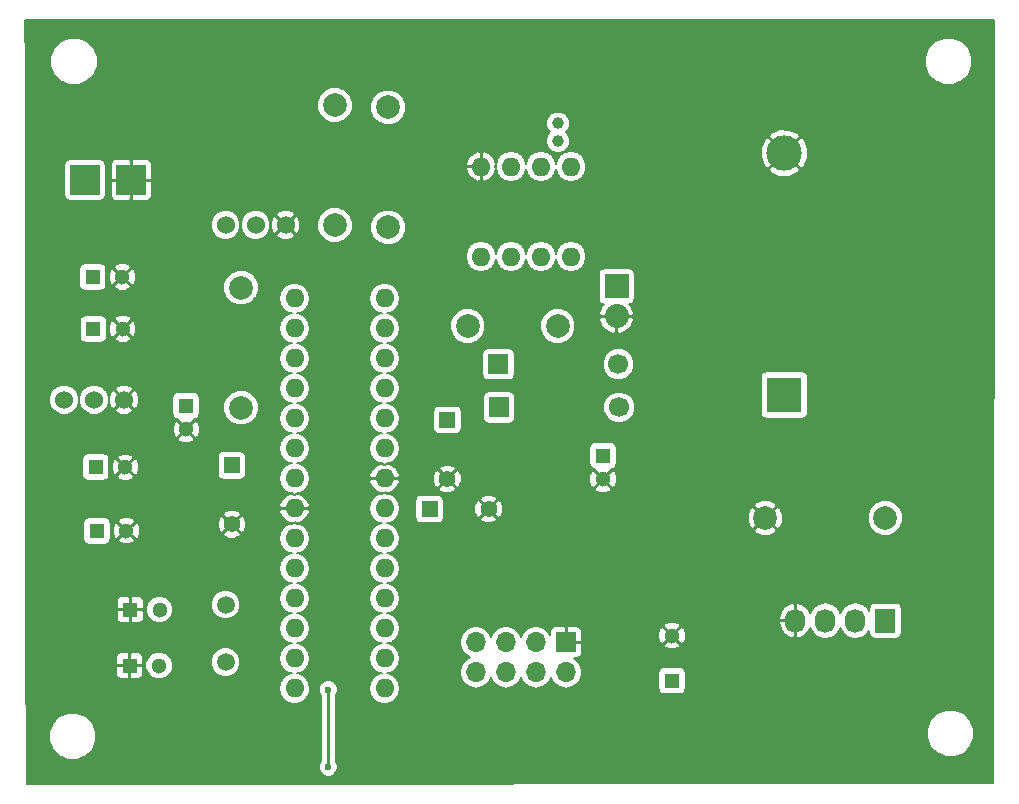
<source format=gbr>
G04 #@! TF.FileFunction,Copper,L1,Top,Signal*
%FSLAX46Y46*%
G04 Gerber Fmt 4.6, Leading zero omitted, Abs format (unit mm)*
G04 Created by KiCad (PCBNEW 4.0.2+dfsg1-stable) date sob, 21 kwi 2018, 12:47:44*
%MOMM*%
G01*
G04 APERTURE LIST*
%ADD10C,0.500000*%
%ADD11R,1.300000X1.300000*%
%ADD12C,1.300000*%
%ADD13R,1.400000X1.400000*%
%ADD14C,1.400000*%
%ADD15O,1.600000X1.600000*%
%ADD16C,1.998980*%
%ADD17C,1.501140*%
%ADD18C,1.524000*%
%ADD19R,2.499360X2.499360*%
%ADD20R,1.700000X1.700000*%
%ADD21O,1.700000X1.700000*%
%ADD22C,3.000000*%
%ADD23R,3.000000X3.000000*%
%ADD24C,1.699260*%
%ADD25R,1.699260X1.699260*%
%ADD26C,1.000760*%
%ADD27R,1.727200X2.032000*%
%ADD28O,1.727200X2.032000*%
%ADD29R,2.032000X2.032000*%
%ADD30O,2.032000X2.032000*%
%ADD31C,0.600000*%
%ADD32C,0.250000*%
%ADD33C,0.200000*%
G04 APERTURE END LIST*
D10*
D11*
X94360000Y-96120000D03*
D12*
X96860000Y-96120000D03*
D13*
X119760000Y-82850000D03*
D14*
X124760000Y-82850000D03*
D11*
X94410000Y-91370000D03*
D12*
X96910000Y-91370000D03*
D13*
X121270000Y-75300000D03*
D14*
X121270000Y-80300000D03*
D13*
X103030000Y-79150000D03*
D14*
X103030000Y-84150000D03*
D15*
X108332143Y-65020000D03*
X108332143Y-67560000D03*
X108332143Y-70100000D03*
X108332143Y-72640000D03*
X108332143Y-75180000D03*
X108332143Y-77720000D03*
X108332143Y-80260000D03*
X108332143Y-82800000D03*
X108332143Y-85340000D03*
X108332143Y-87880000D03*
X108332143Y-90420000D03*
X108332143Y-92960000D03*
X108332143Y-95500000D03*
X108332143Y-98040000D03*
X115952143Y-98040000D03*
X115952143Y-95500000D03*
X115952143Y-92960000D03*
X115952143Y-90420000D03*
X115952143Y-87880000D03*
X115952143Y-85340000D03*
X115952143Y-82800000D03*
X115952143Y-80260000D03*
X115952143Y-77720000D03*
X115952143Y-75180000D03*
X115952143Y-72640000D03*
X115952143Y-70100000D03*
X115952143Y-67560000D03*
X115952143Y-65020000D03*
D16*
X103800000Y-74275000D03*
X103800000Y-64115000D03*
D17*
X102490000Y-90939060D03*
X102490000Y-95820940D03*
D18*
X105030000Y-58790000D03*
X107570000Y-58790000D03*
X102490000Y-58790000D03*
D11*
X140290000Y-97380000D03*
D12*
X140290000Y-93580000D03*
D19*
X90581500Y-55000000D03*
X94518500Y-55000000D03*
D20*
X131320000Y-94140000D03*
D21*
X131320000Y-96680000D03*
X128780000Y-96680000D03*
X128780000Y-94140000D03*
X126240000Y-96680000D03*
X126240000Y-94140000D03*
X123700000Y-96680000D03*
X123700000Y-94140000D03*
D11*
X99150000Y-74100000D03*
D12*
X99150000Y-76100000D03*
D11*
X134450000Y-78320000D03*
D12*
X134450000Y-80320000D03*
D22*
X149800000Y-52710000D03*
D23*
X149800000Y-73200000D03*
D24*
X135760520Y-70597460D03*
D25*
X125600520Y-70597460D03*
D24*
X135810520Y-74247460D03*
D25*
X125650520Y-74247460D03*
D16*
X111750000Y-48650000D03*
X111750000Y-58810000D03*
X116250000Y-48850000D03*
X116250000Y-59010000D03*
D15*
X131750000Y-53850000D03*
X129210000Y-53850000D03*
X126670000Y-53850000D03*
X124130000Y-53850000D03*
X124130000Y-61470000D03*
X126670000Y-61470000D03*
X129210000Y-61470000D03*
X131750000Y-61470000D03*
D26*
X130650000Y-51699300D03*
X130650000Y-50200700D03*
D16*
X158350000Y-83600000D03*
X148190000Y-83600000D03*
D27*
X158360000Y-92300000D03*
D28*
X155820000Y-92300000D03*
X153280000Y-92300000D03*
X150740000Y-92300000D03*
D16*
X130600000Y-67350000D03*
X122980000Y-67350000D03*
D29*
X135600000Y-64000000D03*
D30*
X135600000Y-66540000D03*
D11*
X91250000Y-63200000D03*
D12*
X93750000Y-63200000D03*
D11*
X91300000Y-67600000D03*
D12*
X93800000Y-67600000D03*
D11*
X91600000Y-84700000D03*
D12*
X94100000Y-84700000D03*
D11*
X91500000Y-79300000D03*
D12*
X94000000Y-79300000D03*
D18*
X91360000Y-73600000D03*
X88820000Y-73600000D03*
X93900000Y-73600000D03*
D31*
X111200000Y-104700000D03*
X111200000Y-98150000D03*
D32*
X111200000Y-98150000D02*
X111200000Y-104700000D01*
D33*
G36*
X167500077Y-106050061D02*
X85649846Y-106099939D01*
X85644289Y-102496079D01*
X87549654Y-102496079D01*
X87853494Y-103231429D01*
X88415612Y-103794529D01*
X89150430Y-104099652D01*
X89946079Y-104100346D01*
X90681429Y-103796506D01*
X91244529Y-103234388D01*
X91549652Y-102499570D01*
X91550346Y-101703921D01*
X91246506Y-100968571D01*
X90684388Y-100405471D01*
X89949570Y-100100348D01*
X89153921Y-100099654D01*
X88418571Y-100403494D01*
X87855471Y-100965612D01*
X87550348Y-101700430D01*
X87549654Y-102496079D01*
X85644289Y-102496079D01*
X85634720Y-96290000D01*
X93210000Y-96290000D01*
X93210000Y-96869456D01*
X93286121Y-97053227D01*
X93426773Y-97193880D01*
X93610544Y-97270000D01*
X94190000Y-97270000D01*
X94315000Y-97145000D01*
X94315000Y-96165000D01*
X94405000Y-96165000D01*
X94405000Y-97145000D01*
X94530000Y-97270000D01*
X95109456Y-97270000D01*
X95293227Y-97193880D01*
X95433879Y-97053227D01*
X95510000Y-96869456D01*
X95510000Y-96347746D01*
X95709801Y-96347746D01*
X95884509Y-96770572D01*
X96207727Y-97094354D01*
X96630247Y-97269800D01*
X97087746Y-97270199D01*
X97510572Y-97095491D01*
X97834354Y-96772273D01*
X98009800Y-96349753D01*
X98010045Y-96068602D01*
X101239214Y-96068602D01*
X101429200Y-96528405D01*
X101780684Y-96880503D01*
X102240155Y-97071292D01*
X102737662Y-97071726D01*
X103197465Y-96881740D01*
X103549563Y-96530256D01*
X103740352Y-96070785D01*
X103740786Y-95573278D01*
X103550800Y-95113475D01*
X103199316Y-94761377D01*
X102739845Y-94570588D01*
X102242338Y-94570154D01*
X101782535Y-94760140D01*
X101430437Y-95111624D01*
X101239648Y-95571095D01*
X101239214Y-96068602D01*
X98010045Y-96068602D01*
X98010199Y-95892254D01*
X97835491Y-95469428D01*
X97512273Y-95145646D01*
X97089753Y-94970200D01*
X96632254Y-94969801D01*
X96209428Y-95144509D01*
X95885646Y-95467727D01*
X95710200Y-95890247D01*
X95709801Y-96347746D01*
X95510000Y-96347746D01*
X95510000Y-96290000D01*
X95385000Y-96165000D01*
X94405000Y-96165000D01*
X94315000Y-96165000D01*
X93335000Y-96165000D01*
X93210000Y-96290000D01*
X85634720Y-96290000D01*
X85633303Y-95370544D01*
X93210000Y-95370544D01*
X93210000Y-95950000D01*
X93335000Y-96075000D01*
X94315000Y-96075000D01*
X94315000Y-95095000D01*
X94405000Y-95095000D01*
X94405000Y-96075000D01*
X95385000Y-96075000D01*
X95510000Y-95950000D01*
X95510000Y-95370544D01*
X95433879Y-95186773D01*
X95293227Y-95046120D01*
X95109456Y-94970000D01*
X94530000Y-94970000D01*
X94405000Y-95095000D01*
X94315000Y-95095000D01*
X94190000Y-94970000D01*
X93610544Y-94970000D01*
X93426773Y-95046120D01*
X93286121Y-95186773D01*
X93210000Y-95370544D01*
X85633303Y-95370544D01*
X85627396Y-91540000D01*
X93260000Y-91540000D01*
X93260000Y-92119456D01*
X93336121Y-92303227D01*
X93476773Y-92443880D01*
X93660544Y-92520000D01*
X94240000Y-92520000D01*
X94365000Y-92395000D01*
X94365000Y-91415000D01*
X94455000Y-91415000D01*
X94455000Y-92395000D01*
X94580000Y-92520000D01*
X95159456Y-92520000D01*
X95343227Y-92443880D01*
X95483879Y-92303227D01*
X95560000Y-92119456D01*
X95560000Y-91597746D01*
X95759801Y-91597746D01*
X95934509Y-92020572D01*
X96257727Y-92344354D01*
X96680247Y-92519800D01*
X97137746Y-92520199D01*
X97560572Y-92345491D01*
X97884354Y-92022273D01*
X98059800Y-91599753D01*
X98060160Y-91186722D01*
X101239214Y-91186722D01*
X101429200Y-91646525D01*
X101780684Y-91998623D01*
X102240155Y-92189412D01*
X102737662Y-92189846D01*
X103197465Y-91999860D01*
X103549563Y-91648376D01*
X103740352Y-91188905D01*
X103740786Y-90691398D01*
X103550800Y-90231595D01*
X103199316Y-89879497D01*
X102739845Y-89688708D01*
X102242338Y-89688274D01*
X101782535Y-89878260D01*
X101430437Y-90229744D01*
X101239648Y-90689215D01*
X101239214Y-91186722D01*
X98060160Y-91186722D01*
X98060199Y-91142254D01*
X97885491Y-90719428D01*
X97562273Y-90395646D01*
X97139753Y-90220200D01*
X96682254Y-90219801D01*
X96259428Y-90394509D01*
X95935646Y-90717727D01*
X95760200Y-91140247D01*
X95759801Y-91597746D01*
X95560000Y-91597746D01*
X95560000Y-91540000D01*
X95435000Y-91415000D01*
X94455000Y-91415000D01*
X94365000Y-91415000D01*
X93385000Y-91415000D01*
X93260000Y-91540000D01*
X85627396Y-91540000D01*
X85625979Y-90620544D01*
X93260000Y-90620544D01*
X93260000Y-91200000D01*
X93385000Y-91325000D01*
X94365000Y-91325000D01*
X94365000Y-90345000D01*
X94455000Y-90345000D01*
X94455000Y-91325000D01*
X95435000Y-91325000D01*
X95560000Y-91200000D01*
X95560000Y-90620544D01*
X95483879Y-90436773D01*
X95343227Y-90296120D01*
X95159456Y-90220000D01*
X94580000Y-90220000D01*
X94455000Y-90345000D01*
X94365000Y-90345000D01*
X94240000Y-90220000D01*
X93660544Y-90220000D01*
X93476773Y-90296120D01*
X93336121Y-90436773D01*
X93260000Y-90620544D01*
X85625979Y-90620544D01*
X85615845Y-84050000D01*
X90440205Y-84050000D01*
X90440205Y-85350000D01*
X90475069Y-85535289D01*
X90584575Y-85705465D01*
X90751661Y-85819630D01*
X90950000Y-85859795D01*
X92250000Y-85859795D01*
X92435289Y-85824931D01*
X92605465Y-85715425D01*
X92719630Y-85548339D01*
X92735119Y-85471852D01*
X93391788Y-85471852D01*
X93447718Y-85674348D01*
X93870237Y-85849798D01*
X94327735Y-85850201D01*
X94750563Y-85675497D01*
X94752282Y-85674348D01*
X94808212Y-85471852D01*
X94100000Y-84763640D01*
X93391788Y-85471852D01*
X92735119Y-85471852D01*
X92759795Y-85350000D01*
X92759795Y-84927735D01*
X92949799Y-84927735D01*
X93124503Y-85350563D01*
X93125652Y-85352282D01*
X93328148Y-85408212D01*
X94036360Y-84700000D01*
X94163640Y-84700000D01*
X94871852Y-85408212D01*
X95074348Y-85352282D01*
X95238101Y-84957931D01*
X102285709Y-84957931D01*
X102347732Y-85165620D01*
X102788327Y-85349402D01*
X103265715Y-85350587D01*
X103291454Y-85340000D01*
X107006674Y-85340000D01*
X107105631Y-85837488D01*
X107387435Y-86259239D01*
X107809186Y-86541043D01*
X108155855Y-86610000D01*
X107809186Y-86678957D01*
X107387435Y-86960761D01*
X107105631Y-87382512D01*
X107006674Y-87880000D01*
X107105631Y-88377488D01*
X107387435Y-88799239D01*
X107809186Y-89081043D01*
X108155855Y-89150000D01*
X107809186Y-89218957D01*
X107387435Y-89500761D01*
X107105631Y-89922512D01*
X107006674Y-90420000D01*
X107105631Y-90917488D01*
X107387435Y-91339239D01*
X107809186Y-91621043D01*
X108155855Y-91690000D01*
X107809186Y-91758957D01*
X107387435Y-92040761D01*
X107105631Y-92462512D01*
X107006674Y-92960000D01*
X107105631Y-93457488D01*
X107387435Y-93879239D01*
X107809186Y-94161043D01*
X108155855Y-94230000D01*
X107809186Y-94298957D01*
X107387435Y-94580761D01*
X107105631Y-95002512D01*
X107006674Y-95500000D01*
X107105631Y-95997488D01*
X107387435Y-96419239D01*
X107809186Y-96701043D01*
X108155855Y-96770000D01*
X107809186Y-96838957D01*
X107387435Y-97120761D01*
X107105631Y-97542512D01*
X107006674Y-98040000D01*
X107105631Y-98537488D01*
X107387435Y-98959239D01*
X107809186Y-99241043D01*
X108306674Y-99340000D01*
X108357612Y-99340000D01*
X108855100Y-99241043D01*
X109276851Y-98959239D01*
X109558655Y-98537488D01*
X109604217Y-98308432D01*
X110399861Y-98308432D01*
X110521397Y-98602572D01*
X110575000Y-98656268D01*
X110575000Y-104193525D01*
X110522188Y-104246245D01*
X110400139Y-104540172D01*
X110399861Y-104858432D01*
X110521397Y-105152572D01*
X110746245Y-105377812D01*
X111040172Y-105499861D01*
X111358432Y-105500139D01*
X111652572Y-105378603D01*
X111877812Y-105153755D01*
X111999861Y-104859828D01*
X112000139Y-104541568D01*
X111878603Y-104247428D01*
X111825000Y-104193732D01*
X111825000Y-102246079D01*
X161849654Y-102246079D01*
X162153494Y-102981429D01*
X162715612Y-103544529D01*
X163450430Y-103849652D01*
X164246079Y-103850346D01*
X164981429Y-103546506D01*
X165544529Y-102984388D01*
X165849652Y-102249570D01*
X165850346Y-101453921D01*
X165546506Y-100718571D01*
X164984388Y-100155471D01*
X164249570Y-99850348D01*
X163453921Y-99849654D01*
X162718571Y-100153494D01*
X162155471Y-100715612D01*
X161850348Y-101450430D01*
X161849654Y-102246079D01*
X111825000Y-102246079D01*
X111825000Y-98656475D01*
X111877812Y-98603755D01*
X111999861Y-98309828D01*
X112000139Y-97991568D01*
X111878603Y-97697428D01*
X111653755Y-97472188D01*
X111359828Y-97350139D01*
X111041568Y-97349861D01*
X110747428Y-97471397D01*
X110522188Y-97696245D01*
X110400139Y-97990172D01*
X110399861Y-98308432D01*
X109604217Y-98308432D01*
X109657612Y-98040000D01*
X109558655Y-97542512D01*
X109276851Y-97120761D01*
X108855100Y-96838957D01*
X108508431Y-96770000D01*
X108855100Y-96701043D01*
X109276851Y-96419239D01*
X109558655Y-95997488D01*
X109657612Y-95500000D01*
X109558655Y-95002512D01*
X109276851Y-94580761D01*
X108855100Y-94298957D01*
X108508431Y-94230000D01*
X108855100Y-94161043D01*
X109276851Y-93879239D01*
X109558655Y-93457488D01*
X109657612Y-92960000D01*
X109558655Y-92462512D01*
X109276851Y-92040761D01*
X108855100Y-91758957D01*
X108508431Y-91690000D01*
X108855100Y-91621043D01*
X109276851Y-91339239D01*
X109558655Y-90917488D01*
X109657612Y-90420000D01*
X109558655Y-89922512D01*
X109276851Y-89500761D01*
X108855100Y-89218957D01*
X108508431Y-89150000D01*
X108855100Y-89081043D01*
X109276851Y-88799239D01*
X109558655Y-88377488D01*
X109657612Y-87880000D01*
X109558655Y-87382512D01*
X109276851Y-86960761D01*
X108855100Y-86678957D01*
X108508431Y-86610000D01*
X108855100Y-86541043D01*
X109276851Y-86259239D01*
X109558655Y-85837488D01*
X109657612Y-85340000D01*
X109558655Y-84842512D01*
X109276851Y-84420761D01*
X108855100Y-84138957D01*
X108377145Y-84043885D01*
X108377145Y-83974226D01*
X108579833Y-84076190D01*
X109049355Y-83884259D01*
X109409688Y-83527260D01*
X109605975Y-83059542D01*
X109608329Y-83047689D01*
X109506281Y-82845000D01*
X108377143Y-82845000D01*
X108377143Y-82865000D01*
X108287143Y-82865000D01*
X108287143Y-82845000D01*
X107158005Y-82845000D01*
X107055957Y-83047689D01*
X107058311Y-83059542D01*
X107254598Y-83527260D01*
X107614931Y-83884259D01*
X108084453Y-84076190D01*
X108287141Y-83974226D01*
X108287141Y-84043885D01*
X107809186Y-84138957D01*
X107387435Y-84420761D01*
X107105631Y-84842512D01*
X107006674Y-85340000D01*
X103291454Y-85340000D01*
X103707217Y-85168994D01*
X103712268Y-85165620D01*
X103774291Y-84957931D01*
X103030000Y-84213640D01*
X102285709Y-84957931D01*
X95238101Y-84957931D01*
X95249798Y-84929763D01*
X95250201Y-84472265D01*
X95214441Y-84385715D01*
X101829413Y-84385715D01*
X102011006Y-84827217D01*
X102014380Y-84832268D01*
X102222069Y-84894291D01*
X102966360Y-84150000D01*
X103093640Y-84150000D01*
X103837931Y-84894291D01*
X104045620Y-84832268D01*
X104229402Y-84391673D01*
X104230587Y-83914285D01*
X104048994Y-83472783D01*
X104045620Y-83467732D01*
X103837931Y-83405709D01*
X103093640Y-84150000D01*
X102966360Y-84150000D01*
X102222069Y-83405709D01*
X102014380Y-83467732D01*
X101830598Y-83908327D01*
X101829413Y-84385715D01*
X95214441Y-84385715D01*
X95075497Y-84049437D01*
X95074348Y-84047718D01*
X94871852Y-83991788D01*
X94163640Y-84700000D01*
X94036360Y-84700000D01*
X93328148Y-83991788D01*
X93125652Y-84047718D01*
X92950202Y-84470237D01*
X92949799Y-84927735D01*
X92759795Y-84927735D01*
X92759795Y-84050000D01*
X92736868Y-83928148D01*
X93391788Y-83928148D01*
X94100000Y-84636360D01*
X94808212Y-83928148D01*
X94752282Y-83725652D01*
X94329763Y-83550202D01*
X93872265Y-83549799D01*
X93449437Y-83724503D01*
X93447718Y-83725652D01*
X93391788Y-83928148D01*
X92736868Y-83928148D01*
X92724931Y-83864711D01*
X92615425Y-83694535D01*
X92448339Y-83580370D01*
X92250000Y-83540205D01*
X90950000Y-83540205D01*
X90764711Y-83575069D01*
X90594535Y-83684575D01*
X90480370Y-83851661D01*
X90440205Y-84050000D01*
X85615845Y-84050000D01*
X85614754Y-83342069D01*
X102285709Y-83342069D01*
X103030000Y-84086360D01*
X103774291Y-83342069D01*
X103712268Y-83134380D01*
X103271673Y-82950598D01*
X102794285Y-82949413D01*
X102352783Y-83131006D01*
X102347732Y-83134380D01*
X102285709Y-83342069D01*
X85614754Y-83342069D01*
X85613919Y-82800000D01*
X114626674Y-82800000D01*
X114725631Y-83297488D01*
X115007435Y-83719239D01*
X115429186Y-84001043D01*
X115775855Y-84070000D01*
X115429186Y-84138957D01*
X115007435Y-84420761D01*
X114725631Y-84842512D01*
X114626674Y-85340000D01*
X114725631Y-85837488D01*
X115007435Y-86259239D01*
X115429186Y-86541043D01*
X115775855Y-86610000D01*
X115429186Y-86678957D01*
X115007435Y-86960761D01*
X114725631Y-87382512D01*
X114626674Y-87880000D01*
X114725631Y-88377488D01*
X115007435Y-88799239D01*
X115429186Y-89081043D01*
X115775855Y-89150000D01*
X115429186Y-89218957D01*
X115007435Y-89500761D01*
X114725631Y-89922512D01*
X114626674Y-90420000D01*
X114725631Y-90917488D01*
X115007435Y-91339239D01*
X115429186Y-91621043D01*
X115775855Y-91690000D01*
X115429186Y-91758957D01*
X115007435Y-92040761D01*
X114725631Y-92462512D01*
X114626674Y-92960000D01*
X114725631Y-93457488D01*
X115007435Y-93879239D01*
X115429186Y-94161043D01*
X115775855Y-94230000D01*
X115429186Y-94298957D01*
X115007435Y-94580761D01*
X114725631Y-95002512D01*
X114626674Y-95500000D01*
X114725631Y-95997488D01*
X115007435Y-96419239D01*
X115429186Y-96701043D01*
X115775855Y-96770000D01*
X115429186Y-96838957D01*
X115007435Y-97120761D01*
X114725631Y-97542512D01*
X114626674Y-98040000D01*
X114725631Y-98537488D01*
X115007435Y-98959239D01*
X115429186Y-99241043D01*
X115926674Y-99340000D01*
X115977612Y-99340000D01*
X116475100Y-99241043D01*
X116896851Y-98959239D01*
X117178655Y-98537488D01*
X117277612Y-98040000D01*
X117178655Y-97542512D01*
X116896851Y-97120761D01*
X116475100Y-96838957D01*
X116128431Y-96770000D01*
X116475100Y-96701043D01*
X116896851Y-96419239D01*
X117178655Y-95997488D01*
X117277612Y-95500000D01*
X117178655Y-95002512D01*
X116896851Y-94580761D01*
X116475100Y-94298957D01*
X116128431Y-94230000D01*
X116475100Y-94161043D01*
X116546175Y-94113552D01*
X122350000Y-94113552D01*
X122350000Y-94166448D01*
X122452763Y-94683071D01*
X122745406Y-95121042D01*
X123177862Y-95410000D01*
X122745406Y-95698958D01*
X122452763Y-96136929D01*
X122350000Y-96653552D01*
X122350000Y-96706448D01*
X122452763Y-97223071D01*
X122745406Y-97661042D01*
X123183377Y-97953685D01*
X123700000Y-98056448D01*
X124216623Y-97953685D01*
X124654594Y-97661042D01*
X124947237Y-97223071D01*
X124970000Y-97108634D01*
X124992763Y-97223071D01*
X125285406Y-97661042D01*
X125723377Y-97953685D01*
X126240000Y-98056448D01*
X126756623Y-97953685D01*
X127194594Y-97661042D01*
X127487237Y-97223071D01*
X127510000Y-97108634D01*
X127532763Y-97223071D01*
X127825406Y-97661042D01*
X128263377Y-97953685D01*
X128780000Y-98056448D01*
X129296623Y-97953685D01*
X129734594Y-97661042D01*
X130027237Y-97223071D01*
X130050000Y-97108634D01*
X130072763Y-97223071D01*
X130365406Y-97661042D01*
X130803377Y-97953685D01*
X131320000Y-98056448D01*
X131836623Y-97953685D01*
X132274594Y-97661042D01*
X132567237Y-97223071D01*
X132665315Y-96730000D01*
X139130205Y-96730000D01*
X139130205Y-98030000D01*
X139165069Y-98215289D01*
X139274575Y-98385465D01*
X139441661Y-98499630D01*
X139640000Y-98539795D01*
X140940000Y-98539795D01*
X141125289Y-98504931D01*
X141295465Y-98395425D01*
X141409630Y-98228339D01*
X141449795Y-98030000D01*
X141449795Y-96730000D01*
X141414931Y-96544711D01*
X141305425Y-96374535D01*
X141138339Y-96260370D01*
X140940000Y-96220205D01*
X139640000Y-96220205D01*
X139454711Y-96255069D01*
X139284535Y-96364575D01*
X139170370Y-96531661D01*
X139130205Y-96730000D01*
X132665315Y-96730000D01*
X132670000Y-96706448D01*
X132670000Y-96653552D01*
X132567237Y-96136929D01*
X132274594Y-95698958D01*
X131961866Y-95490000D01*
X132269456Y-95490000D01*
X132453227Y-95413879D01*
X132593880Y-95273227D01*
X132670000Y-95089456D01*
X132670000Y-94351852D01*
X139581788Y-94351852D01*
X139637718Y-94554348D01*
X140060237Y-94729798D01*
X140517735Y-94730201D01*
X140940563Y-94555497D01*
X140942282Y-94554348D01*
X140998212Y-94351852D01*
X140290000Y-93643640D01*
X139581788Y-94351852D01*
X132670000Y-94351852D01*
X132670000Y-94310000D01*
X132545000Y-94185000D01*
X131365000Y-94185000D01*
X131365000Y-94205000D01*
X131275000Y-94205000D01*
X131275000Y-94185000D01*
X131255000Y-94185000D01*
X131255000Y-94095000D01*
X131275000Y-94095000D01*
X131275000Y-92915000D01*
X131365000Y-92915000D01*
X131365000Y-94095000D01*
X132545000Y-94095000D01*
X132670000Y-93970000D01*
X132670000Y-93807735D01*
X139139799Y-93807735D01*
X139314503Y-94230563D01*
X139315652Y-94232282D01*
X139518148Y-94288212D01*
X140226360Y-93580000D01*
X140353640Y-93580000D01*
X141061852Y-94288212D01*
X141264348Y-94232282D01*
X141439798Y-93809763D01*
X141440201Y-93352265D01*
X141265497Y-92929437D01*
X141264348Y-92927718D01*
X141061852Y-92871788D01*
X140353640Y-93580000D01*
X140226360Y-93580000D01*
X139518148Y-92871788D01*
X139315652Y-92927718D01*
X139140202Y-93350237D01*
X139139799Y-93807735D01*
X132670000Y-93807735D01*
X132670000Y-93190544D01*
X132593880Y-93006773D01*
X132453227Y-92866121D01*
X132313269Y-92808148D01*
X139581788Y-92808148D01*
X140290000Y-93516360D01*
X140998212Y-92808148D01*
X140942282Y-92605652D01*
X140519763Y-92430202D01*
X140062265Y-92429799D01*
X139639437Y-92604503D01*
X139637718Y-92605652D01*
X139581788Y-92808148D01*
X132313269Y-92808148D01*
X132269456Y-92790000D01*
X131490000Y-92790000D01*
X131365000Y-92915000D01*
X131275000Y-92915000D01*
X131150000Y-92790000D01*
X130370544Y-92790000D01*
X130186773Y-92866121D01*
X130046120Y-93006773D01*
X129970000Y-93190544D01*
X129970000Y-93511268D01*
X129734594Y-93158958D01*
X129296623Y-92866315D01*
X128780000Y-92763552D01*
X128263377Y-92866315D01*
X127825406Y-93158958D01*
X127532763Y-93596929D01*
X127510000Y-93711366D01*
X127487237Y-93596929D01*
X127194594Y-93158958D01*
X126756623Y-92866315D01*
X126240000Y-92763552D01*
X125723377Y-92866315D01*
X125285406Y-93158958D01*
X124992763Y-93596929D01*
X124970000Y-93711366D01*
X124947237Y-93596929D01*
X124654594Y-93158958D01*
X124216623Y-92866315D01*
X123700000Y-92763552D01*
X123183377Y-92866315D01*
X122745406Y-93158958D01*
X122452763Y-93596929D01*
X122350000Y-94113552D01*
X116546175Y-94113552D01*
X116896851Y-93879239D01*
X117178655Y-93457488D01*
X117277612Y-92960000D01*
X117178655Y-92462512D01*
X117100137Y-92345000D01*
X149376400Y-92345000D01*
X149376400Y-92497400D01*
X149497419Y-93015802D01*
X149807609Y-93448431D01*
X150259748Y-93729423D01*
X150482356Y-93791438D01*
X150695000Y-93690182D01*
X150695000Y-92345000D01*
X149376400Y-92345000D01*
X117100137Y-92345000D01*
X116938171Y-92102600D01*
X149376400Y-92102600D01*
X149376400Y-92255000D01*
X150695000Y-92255000D01*
X150695000Y-90909818D01*
X150785000Y-90909818D01*
X150785000Y-92255000D01*
X150805000Y-92255000D01*
X150805000Y-92345000D01*
X150785000Y-92345000D01*
X150785000Y-93690182D01*
X150997644Y-93791438D01*
X151220252Y-93729423D01*
X151672391Y-93448431D01*
X151982581Y-93015802D01*
X152004167Y-92923335D01*
X152020198Y-93003927D01*
X152315789Y-93446311D01*
X152758173Y-93741902D01*
X153280000Y-93845700D01*
X153801827Y-93741902D01*
X154244211Y-93446311D01*
X154539802Y-93003927D01*
X154550000Y-92952658D01*
X154560198Y-93003927D01*
X154855789Y-93446311D01*
X155298173Y-93741902D01*
X155820000Y-93845700D01*
X156341827Y-93741902D01*
X156784211Y-93446311D01*
X156986605Y-93143406D01*
X156986605Y-93316000D01*
X157021469Y-93501289D01*
X157130975Y-93671465D01*
X157298061Y-93785630D01*
X157496400Y-93825795D01*
X159223600Y-93825795D01*
X159408889Y-93790931D01*
X159579065Y-93681425D01*
X159693230Y-93514339D01*
X159733395Y-93316000D01*
X159733395Y-91284000D01*
X159698531Y-91098711D01*
X159589025Y-90928535D01*
X159421939Y-90814370D01*
X159223600Y-90774205D01*
X157496400Y-90774205D01*
X157311111Y-90809069D01*
X157140935Y-90918575D01*
X157026770Y-91085661D01*
X156986605Y-91284000D01*
X156986605Y-91456594D01*
X156784211Y-91153689D01*
X156341827Y-90858098D01*
X155820000Y-90754300D01*
X155298173Y-90858098D01*
X154855789Y-91153689D01*
X154560198Y-91596073D01*
X154550000Y-91647342D01*
X154539802Y-91596073D01*
X154244211Y-91153689D01*
X153801827Y-90858098D01*
X153280000Y-90754300D01*
X152758173Y-90858098D01*
X152315789Y-91153689D01*
X152020198Y-91596073D01*
X152004167Y-91676665D01*
X151982581Y-91584198D01*
X151672391Y-91151569D01*
X151220252Y-90870577D01*
X150997644Y-90808562D01*
X150785000Y-90909818D01*
X150695000Y-90909818D01*
X150482356Y-90808562D01*
X150259748Y-90870577D01*
X149807609Y-91151569D01*
X149497419Y-91584198D01*
X149376400Y-92102600D01*
X116938171Y-92102600D01*
X116896851Y-92040761D01*
X116475100Y-91758957D01*
X116128431Y-91690000D01*
X116475100Y-91621043D01*
X116896851Y-91339239D01*
X117178655Y-90917488D01*
X117277612Y-90420000D01*
X117178655Y-89922512D01*
X116896851Y-89500761D01*
X116475100Y-89218957D01*
X116128431Y-89150000D01*
X116475100Y-89081043D01*
X116896851Y-88799239D01*
X117178655Y-88377488D01*
X117277612Y-87880000D01*
X117178655Y-87382512D01*
X116896851Y-86960761D01*
X116475100Y-86678957D01*
X116128431Y-86610000D01*
X116475100Y-86541043D01*
X116896851Y-86259239D01*
X117178655Y-85837488D01*
X117277612Y-85340000D01*
X117178655Y-84842512D01*
X117032647Y-84623994D01*
X147229646Y-84623994D01*
X147328149Y-84862794D01*
X147877004Y-85096486D01*
X148473510Y-85102352D01*
X149026855Y-84879498D01*
X149051851Y-84862794D01*
X149150354Y-84623994D01*
X148190000Y-83663640D01*
X147229646Y-84623994D01*
X117032647Y-84623994D01*
X116896851Y-84420761D01*
X116475100Y-84138957D01*
X116128431Y-84070000D01*
X116475100Y-84001043D01*
X116896851Y-83719239D01*
X117178655Y-83297488D01*
X117277612Y-82800000D01*
X117178655Y-82302512D01*
X117076751Y-82150000D01*
X118550205Y-82150000D01*
X118550205Y-83550000D01*
X118585069Y-83735289D01*
X118694575Y-83905465D01*
X118861661Y-84019630D01*
X119060000Y-84059795D01*
X120460000Y-84059795D01*
X120645289Y-84024931D01*
X120815465Y-83915425D01*
X120929630Y-83748339D01*
X120947938Y-83657931D01*
X124015709Y-83657931D01*
X124077732Y-83865620D01*
X124518327Y-84049402D01*
X124995715Y-84050587D01*
X125401924Y-83883510D01*
X146687648Y-83883510D01*
X146910502Y-84436855D01*
X146927206Y-84461851D01*
X147166006Y-84560354D01*
X148126360Y-83600000D01*
X148253640Y-83600000D01*
X149213994Y-84560354D01*
X149452794Y-84461851D01*
X149686486Y-83912996D01*
X149686643Y-83896958D01*
X156850250Y-83896958D01*
X157078053Y-84448283D01*
X157499498Y-84870465D01*
X158050424Y-85099229D01*
X158646958Y-85099750D01*
X159198283Y-84871947D01*
X159620465Y-84450502D01*
X159849229Y-83899576D01*
X159849750Y-83303042D01*
X159621947Y-82751717D01*
X159200502Y-82329535D01*
X158649576Y-82100771D01*
X158053042Y-82100250D01*
X157501717Y-82328053D01*
X157079535Y-82749498D01*
X156850771Y-83300424D01*
X156850250Y-83896958D01*
X149686643Y-83896958D01*
X149692352Y-83316490D01*
X149469498Y-82763145D01*
X149452794Y-82738149D01*
X149213994Y-82639646D01*
X148253640Y-83600000D01*
X148126360Y-83600000D01*
X147166006Y-82639646D01*
X146927206Y-82738149D01*
X146693514Y-83287004D01*
X146687648Y-83883510D01*
X125401924Y-83883510D01*
X125437217Y-83868994D01*
X125442268Y-83865620D01*
X125504291Y-83657931D01*
X124760000Y-82913640D01*
X124015709Y-83657931D01*
X120947938Y-83657931D01*
X120969795Y-83550000D01*
X120969795Y-83085715D01*
X123559413Y-83085715D01*
X123741006Y-83527217D01*
X123744380Y-83532268D01*
X123952069Y-83594291D01*
X124696360Y-82850000D01*
X124823640Y-82850000D01*
X125567931Y-83594291D01*
X125775620Y-83532268D01*
X125959402Y-83091673D01*
X125960587Y-82614285D01*
X125944843Y-82576006D01*
X147229646Y-82576006D01*
X148190000Y-83536360D01*
X149150354Y-82576006D01*
X149051851Y-82337206D01*
X148502996Y-82103514D01*
X147906490Y-82097648D01*
X147353145Y-82320502D01*
X147328149Y-82337206D01*
X147229646Y-82576006D01*
X125944843Y-82576006D01*
X125778994Y-82172783D01*
X125775620Y-82167732D01*
X125567931Y-82105709D01*
X124823640Y-82850000D01*
X124696360Y-82850000D01*
X123952069Y-82105709D01*
X123744380Y-82167732D01*
X123560598Y-82608327D01*
X123559413Y-83085715D01*
X120969795Y-83085715D01*
X120969795Y-82150000D01*
X120949487Y-82042069D01*
X124015709Y-82042069D01*
X124760000Y-82786360D01*
X125504291Y-82042069D01*
X125442268Y-81834380D01*
X125001673Y-81650598D01*
X124524285Y-81649413D01*
X124082783Y-81831006D01*
X124077732Y-81834380D01*
X124015709Y-82042069D01*
X120949487Y-82042069D01*
X120934931Y-81964711D01*
X120825425Y-81794535D01*
X120658339Y-81680370D01*
X120460000Y-81640205D01*
X119060000Y-81640205D01*
X118874711Y-81675069D01*
X118704535Y-81784575D01*
X118590370Y-81951661D01*
X118550205Y-82150000D01*
X117076751Y-82150000D01*
X116896851Y-81880761D01*
X116475100Y-81598957D01*
X115997145Y-81503885D01*
X115997145Y-81434226D01*
X116199833Y-81536190D01*
X116669355Y-81344259D01*
X116907890Y-81107931D01*
X120525709Y-81107931D01*
X120587732Y-81315620D01*
X121028327Y-81499402D01*
X121505715Y-81500587D01*
X121947217Y-81318994D01*
X121952268Y-81315620D01*
X122014291Y-81107931D01*
X121998212Y-81091852D01*
X133741788Y-81091852D01*
X133797718Y-81294348D01*
X134220237Y-81469798D01*
X134677735Y-81470201D01*
X135100563Y-81295497D01*
X135102282Y-81294348D01*
X135158212Y-81091852D01*
X134450000Y-80383640D01*
X133741788Y-81091852D01*
X121998212Y-81091852D01*
X121270000Y-80363640D01*
X120525709Y-81107931D01*
X116907890Y-81107931D01*
X117029688Y-80987260D01*
X117219187Y-80535715D01*
X120069413Y-80535715D01*
X120251006Y-80977217D01*
X120254380Y-80982268D01*
X120462069Y-81044291D01*
X121206360Y-80300000D01*
X121333640Y-80300000D01*
X122077931Y-81044291D01*
X122285620Y-80982268D01*
X122466873Y-80547735D01*
X133299799Y-80547735D01*
X133474503Y-80970563D01*
X133475652Y-80972282D01*
X133678148Y-81028212D01*
X134386360Y-80320000D01*
X134513640Y-80320000D01*
X135221852Y-81028212D01*
X135424348Y-80972282D01*
X135599798Y-80549763D01*
X135600201Y-80092265D01*
X135425497Y-79669437D01*
X135424348Y-79667718D01*
X135221852Y-79611788D01*
X134513640Y-80320000D01*
X134386360Y-80320000D01*
X133678148Y-79611788D01*
X133475652Y-79667718D01*
X133300202Y-80090237D01*
X133299799Y-80547735D01*
X122466873Y-80547735D01*
X122469402Y-80541673D01*
X122470587Y-80064285D01*
X122288994Y-79622783D01*
X122285620Y-79617732D01*
X122077931Y-79555709D01*
X121333640Y-80300000D01*
X121206360Y-80300000D01*
X120462069Y-79555709D01*
X120254380Y-79617732D01*
X120070598Y-80058327D01*
X120069413Y-80535715D01*
X117219187Y-80535715D01*
X117225975Y-80519542D01*
X117228329Y-80507689D01*
X117126281Y-80305000D01*
X115997143Y-80305000D01*
X115997143Y-80325000D01*
X115907143Y-80325000D01*
X115907143Y-80305000D01*
X114778005Y-80305000D01*
X114675957Y-80507689D01*
X114678311Y-80519542D01*
X114874598Y-80987260D01*
X115234931Y-81344259D01*
X115704453Y-81536190D01*
X115907141Y-81434226D01*
X115907141Y-81503885D01*
X115429186Y-81598957D01*
X115007435Y-81880761D01*
X114725631Y-82302512D01*
X114626674Y-82800000D01*
X85613919Y-82800000D01*
X85607518Y-78650000D01*
X90340205Y-78650000D01*
X90340205Y-79950000D01*
X90375069Y-80135289D01*
X90484575Y-80305465D01*
X90651661Y-80419630D01*
X90850000Y-80459795D01*
X92150000Y-80459795D01*
X92335289Y-80424931D01*
X92505465Y-80315425D01*
X92619630Y-80148339D01*
X92635119Y-80071852D01*
X93291788Y-80071852D01*
X93347718Y-80274348D01*
X93770237Y-80449798D01*
X94227735Y-80450201D01*
X94650563Y-80275497D01*
X94652282Y-80274348D01*
X94708212Y-80071852D01*
X94000000Y-79363640D01*
X93291788Y-80071852D01*
X92635119Y-80071852D01*
X92659795Y-79950000D01*
X92659795Y-79527735D01*
X92849799Y-79527735D01*
X93024503Y-79950563D01*
X93025652Y-79952282D01*
X93228148Y-80008212D01*
X93936360Y-79300000D01*
X94063640Y-79300000D01*
X94771852Y-80008212D01*
X94974348Y-79952282D01*
X95149798Y-79529763D01*
X95150201Y-79072265D01*
X94975497Y-78649437D01*
X94974348Y-78647718D01*
X94771852Y-78591788D01*
X94063640Y-79300000D01*
X93936360Y-79300000D01*
X93228148Y-78591788D01*
X93025652Y-78647718D01*
X92850202Y-79070237D01*
X92849799Y-79527735D01*
X92659795Y-79527735D01*
X92659795Y-78650000D01*
X92636868Y-78528148D01*
X93291788Y-78528148D01*
X94000000Y-79236360D01*
X94708212Y-78528148D01*
X94686628Y-78450000D01*
X101820205Y-78450000D01*
X101820205Y-79850000D01*
X101855069Y-80035289D01*
X101964575Y-80205465D01*
X102131661Y-80319630D01*
X102330000Y-80359795D01*
X103730000Y-80359795D01*
X103915289Y-80324931D01*
X104085465Y-80215425D01*
X104199630Y-80048339D01*
X104239795Y-79850000D01*
X104239795Y-78450000D01*
X104204931Y-78264711D01*
X104095425Y-78094535D01*
X103928339Y-77980370D01*
X103730000Y-77940205D01*
X102330000Y-77940205D01*
X102144711Y-77975069D01*
X101974535Y-78084575D01*
X101860370Y-78251661D01*
X101820205Y-78450000D01*
X94686628Y-78450000D01*
X94652282Y-78325652D01*
X94229763Y-78150202D01*
X93772265Y-78149799D01*
X93349437Y-78324503D01*
X93347718Y-78325652D01*
X93291788Y-78528148D01*
X92636868Y-78528148D01*
X92624931Y-78464711D01*
X92515425Y-78294535D01*
X92348339Y-78180370D01*
X92150000Y-78140205D01*
X90850000Y-78140205D01*
X90664711Y-78175069D01*
X90494535Y-78284575D01*
X90380370Y-78451661D01*
X90340205Y-78650000D01*
X85607518Y-78650000D01*
X85604777Y-76871852D01*
X98441788Y-76871852D01*
X98497718Y-77074348D01*
X98920237Y-77249798D01*
X99377735Y-77250201D01*
X99800563Y-77075497D01*
X99802282Y-77074348D01*
X99858212Y-76871852D01*
X99150000Y-76163640D01*
X98441788Y-76871852D01*
X85604777Y-76871852D01*
X85603937Y-76327735D01*
X97999799Y-76327735D01*
X98174503Y-76750563D01*
X98175652Y-76752282D01*
X98378148Y-76808212D01*
X99086360Y-76100000D01*
X99213640Y-76100000D01*
X99921852Y-76808212D01*
X100124348Y-76752282D01*
X100299798Y-76329763D01*
X100300201Y-75872265D01*
X100125497Y-75449437D01*
X100124348Y-75447718D01*
X99921852Y-75391788D01*
X99213640Y-76100000D01*
X99086360Y-76100000D01*
X98378148Y-75391788D01*
X98175652Y-75447718D01*
X98000202Y-75870237D01*
X97999799Y-76327735D01*
X85603937Y-76327735D01*
X85600116Y-73849926D01*
X87557781Y-73849926D01*
X87749505Y-74313932D01*
X88104201Y-74669248D01*
X88567871Y-74861780D01*
X89069926Y-74862219D01*
X89533932Y-74670495D01*
X89889248Y-74315799D01*
X90081780Y-73852129D01*
X90081781Y-73849926D01*
X90097781Y-73849926D01*
X90289505Y-74313932D01*
X90644201Y-74669248D01*
X91107871Y-74861780D01*
X91609926Y-74862219D01*
X92073932Y-74670495D01*
X92292141Y-74452666D01*
X93110973Y-74452666D01*
X93180551Y-74666795D01*
X93643561Y-74860911D01*
X94145611Y-74863065D01*
X94610269Y-74672928D01*
X94619449Y-74666795D01*
X94689027Y-74452666D01*
X93900000Y-73663640D01*
X93110973Y-74452666D01*
X92292141Y-74452666D01*
X92429248Y-74315799D01*
X92621780Y-73852129D01*
X92621785Y-73845611D01*
X92636935Y-73845611D01*
X92827072Y-74310269D01*
X92833205Y-74319449D01*
X93047334Y-74389027D01*
X93836360Y-73600000D01*
X93963640Y-73600000D01*
X94752666Y-74389027D01*
X94966795Y-74319449D01*
X95160911Y-73856439D01*
X95162654Y-73450000D01*
X97990205Y-73450000D01*
X97990205Y-74750000D01*
X98025069Y-74935289D01*
X98134575Y-75105465D01*
X98301661Y-75219630D01*
X98462751Y-75252252D01*
X98441788Y-75328148D01*
X99150000Y-76036360D01*
X99858212Y-75328148D01*
X99837390Y-75252760D01*
X99985289Y-75224931D01*
X100155465Y-75115425D01*
X100269630Y-74948339D01*
X100309795Y-74750000D01*
X100309795Y-74571958D01*
X102300250Y-74571958D01*
X102528053Y-75123283D01*
X102949498Y-75545465D01*
X103500424Y-75774229D01*
X104096958Y-75774750D01*
X104648283Y-75546947D01*
X105070465Y-75125502D01*
X105299229Y-74574576D01*
X105299750Y-73978042D01*
X105071947Y-73426717D01*
X104650502Y-73004535D01*
X104099576Y-72775771D01*
X103503042Y-72775250D01*
X102951717Y-73003053D01*
X102529535Y-73424498D01*
X102300771Y-73975424D01*
X102300250Y-74571958D01*
X100309795Y-74571958D01*
X100309795Y-73450000D01*
X100274931Y-73264711D01*
X100165425Y-73094535D01*
X99998339Y-72980370D01*
X99800000Y-72940205D01*
X98500000Y-72940205D01*
X98314711Y-72975069D01*
X98144535Y-73084575D01*
X98030370Y-73251661D01*
X97990205Y-73450000D01*
X95162654Y-73450000D01*
X95163065Y-73354389D01*
X94972928Y-72889731D01*
X94966795Y-72880551D01*
X94752666Y-72810973D01*
X93963640Y-73600000D01*
X93836360Y-73600000D01*
X93047334Y-72810973D01*
X92833205Y-72880551D01*
X92639089Y-73343561D01*
X92636935Y-73845611D01*
X92621785Y-73845611D01*
X92622219Y-73350074D01*
X92430495Y-72886068D01*
X92292004Y-72747334D01*
X93110973Y-72747334D01*
X93900000Y-73536360D01*
X94689027Y-72747334D01*
X94619449Y-72533205D01*
X94156439Y-72339089D01*
X93654389Y-72336935D01*
X93189731Y-72527072D01*
X93180551Y-72533205D01*
X93110973Y-72747334D01*
X92292004Y-72747334D01*
X92075799Y-72530752D01*
X91612129Y-72338220D01*
X91110074Y-72337781D01*
X90646068Y-72529505D01*
X90290752Y-72884201D01*
X90098220Y-73347871D01*
X90097781Y-73849926D01*
X90081781Y-73849926D01*
X90082219Y-73350074D01*
X89890495Y-72886068D01*
X89535799Y-72530752D01*
X89072129Y-72338220D01*
X88570074Y-72337781D01*
X88106068Y-72529505D01*
X87750752Y-72884201D01*
X87558220Y-73347871D01*
X87557781Y-73849926D01*
X85600116Y-73849926D01*
X85589477Y-66950000D01*
X90140205Y-66950000D01*
X90140205Y-68250000D01*
X90175069Y-68435289D01*
X90284575Y-68605465D01*
X90451661Y-68719630D01*
X90650000Y-68759795D01*
X91950000Y-68759795D01*
X92135289Y-68724931D01*
X92305465Y-68615425D01*
X92419630Y-68448339D01*
X92435119Y-68371852D01*
X93091788Y-68371852D01*
X93147718Y-68574348D01*
X93570237Y-68749798D01*
X94027735Y-68750201D01*
X94450563Y-68575497D01*
X94452282Y-68574348D01*
X94508212Y-68371852D01*
X93800000Y-67663640D01*
X93091788Y-68371852D01*
X92435119Y-68371852D01*
X92459795Y-68250000D01*
X92459795Y-67827735D01*
X92649799Y-67827735D01*
X92824503Y-68250563D01*
X92825652Y-68252282D01*
X93028148Y-68308212D01*
X93736360Y-67600000D01*
X93863640Y-67600000D01*
X94571852Y-68308212D01*
X94774348Y-68252282D01*
X94949798Y-67829763D01*
X94950201Y-67372265D01*
X94775497Y-66949437D01*
X94774348Y-66947718D01*
X94571852Y-66891788D01*
X93863640Y-67600000D01*
X93736360Y-67600000D01*
X93028148Y-66891788D01*
X92825652Y-66947718D01*
X92650202Y-67370237D01*
X92649799Y-67827735D01*
X92459795Y-67827735D01*
X92459795Y-66950000D01*
X92436868Y-66828148D01*
X93091788Y-66828148D01*
X93800000Y-67536360D01*
X94508212Y-66828148D01*
X94452282Y-66625652D01*
X94029763Y-66450202D01*
X93572265Y-66449799D01*
X93149437Y-66624503D01*
X93147718Y-66625652D01*
X93091788Y-66828148D01*
X92436868Y-66828148D01*
X92424931Y-66764711D01*
X92315425Y-66594535D01*
X92148339Y-66480370D01*
X91950000Y-66440205D01*
X90650000Y-66440205D01*
X90464711Y-66475069D01*
X90294535Y-66584575D01*
X90180370Y-66751661D01*
X90140205Y-66950000D01*
X85589477Y-66950000D01*
X85585564Y-64411958D01*
X102300250Y-64411958D01*
X102528053Y-64963283D01*
X102949498Y-65385465D01*
X103500424Y-65614229D01*
X104096958Y-65614750D01*
X104648283Y-65386947D01*
X105015871Y-65020000D01*
X107006674Y-65020000D01*
X107105631Y-65517488D01*
X107387435Y-65939239D01*
X107809186Y-66221043D01*
X108155855Y-66290000D01*
X107809186Y-66358957D01*
X107387435Y-66640761D01*
X107105631Y-67062512D01*
X107006674Y-67560000D01*
X107105631Y-68057488D01*
X107387435Y-68479239D01*
X107809186Y-68761043D01*
X108155855Y-68830000D01*
X107809186Y-68898957D01*
X107387435Y-69180761D01*
X107105631Y-69602512D01*
X107006674Y-70100000D01*
X107105631Y-70597488D01*
X107387435Y-71019239D01*
X107809186Y-71301043D01*
X108155855Y-71370000D01*
X107809186Y-71438957D01*
X107387435Y-71720761D01*
X107105631Y-72142512D01*
X107006674Y-72640000D01*
X107105631Y-73137488D01*
X107387435Y-73559239D01*
X107809186Y-73841043D01*
X108155855Y-73910000D01*
X107809186Y-73978957D01*
X107387435Y-74260761D01*
X107105631Y-74682512D01*
X107006674Y-75180000D01*
X107105631Y-75677488D01*
X107387435Y-76099239D01*
X107809186Y-76381043D01*
X108155855Y-76450000D01*
X107809186Y-76518957D01*
X107387435Y-76800761D01*
X107105631Y-77222512D01*
X107006674Y-77720000D01*
X107105631Y-78217488D01*
X107387435Y-78639239D01*
X107809186Y-78921043D01*
X108155855Y-78990000D01*
X107809186Y-79058957D01*
X107387435Y-79340761D01*
X107105631Y-79762512D01*
X107006674Y-80260000D01*
X107105631Y-80757488D01*
X107387435Y-81179239D01*
X107809186Y-81461043D01*
X108287141Y-81556115D01*
X108287141Y-81625774D01*
X108084453Y-81523810D01*
X107614931Y-81715741D01*
X107254598Y-82072740D01*
X107058311Y-82540458D01*
X107055957Y-82552311D01*
X107158005Y-82755000D01*
X108287143Y-82755000D01*
X108287143Y-82735000D01*
X108377143Y-82735000D01*
X108377143Y-82755000D01*
X109506281Y-82755000D01*
X109608329Y-82552311D01*
X109605975Y-82540458D01*
X109409688Y-82072740D01*
X109049355Y-81715741D01*
X108579833Y-81523810D01*
X108377145Y-81625774D01*
X108377145Y-81556115D01*
X108855100Y-81461043D01*
X109276851Y-81179239D01*
X109558655Y-80757488D01*
X109657612Y-80260000D01*
X109558655Y-79762512D01*
X109276851Y-79340761D01*
X108855100Y-79058957D01*
X108508431Y-78990000D01*
X108855100Y-78921043D01*
X109276851Y-78639239D01*
X109558655Y-78217488D01*
X109657612Y-77720000D01*
X109558655Y-77222512D01*
X109276851Y-76800761D01*
X108855100Y-76518957D01*
X108508431Y-76450000D01*
X108855100Y-76381043D01*
X109276851Y-76099239D01*
X109558655Y-75677488D01*
X109657612Y-75180000D01*
X109558655Y-74682512D01*
X109276851Y-74260761D01*
X108855100Y-73978957D01*
X108508431Y-73910000D01*
X108855100Y-73841043D01*
X109276851Y-73559239D01*
X109558655Y-73137488D01*
X109657612Y-72640000D01*
X109558655Y-72142512D01*
X109276851Y-71720761D01*
X108855100Y-71438957D01*
X108508431Y-71370000D01*
X108855100Y-71301043D01*
X109276851Y-71019239D01*
X109558655Y-70597488D01*
X109657612Y-70100000D01*
X109558655Y-69602512D01*
X109276851Y-69180761D01*
X108855100Y-68898957D01*
X108508431Y-68830000D01*
X108855100Y-68761043D01*
X109276851Y-68479239D01*
X109558655Y-68057488D01*
X109657612Y-67560000D01*
X109558655Y-67062512D01*
X109276851Y-66640761D01*
X108855100Y-66358957D01*
X108508431Y-66290000D01*
X108855100Y-66221043D01*
X109276851Y-65939239D01*
X109558655Y-65517488D01*
X109657612Y-65020000D01*
X114626674Y-65020000D01*
X114725631Y-65517488D01*
X115007435Y-65939239D01*
X115429186Y-66221043D01*
X115775855Y-66290000D01*
X115429186Y-66358957D01*
X115007435Y-66640761D01*
X114725631Y-67062512D01*
X114626674Y-67560000D01*
X114725631Y-68057488D01*
X115007435Y-68479239D01*
X115429186Y-68761043D01*
X115775855Y-68830000D01*
X115429186Y-68898957D01*
X115007435Y-69180761D01*
X114725631Y-69602512D01*
X114626674Y-70100000D01*
X114725631Y-70597488D01*
X115007435Y-71019239D01*
X115429186Y-71301043D01*
X115775855Y-71370000D01*
X115429186Y-71438957D01*
X115007435Y-71720761D01*
X114725631Y-72142512D01*
X114626674Y-72640000D01*
X114725631Y-73137488D01*
X115007435Y-73559239D01*
X115429186Y-73841043D01*
X115775855Y-73910000D01*
X115429186Y-73978957D01*
X115007435Y-74260761D01*
X114725631Y-74682512D01*
X114626674Y-75180000D01*
X114725631Y-75677488D01*
X115007435Y-76099239D01*
X115429186Y-76381043D01*
X115775855Y-76450000D01*
X115429186Y-76518957D01*
X115007435Y-76800761D01*
X114725631Y-77222512D01*
X114626674Y-77720000D01*
X114725631Y-78217488D01*
X115007435Y-78639239D01*
X115429186Y-78921043D01*
X115907141Y-79016115D01*
X115907141Y-79085774D01*
X115704453Y-78983810D01*
X115234931Y-79175741D01*
X114874598Y-79532740D01*
X114678311Y-80000458D01*
X114675957Y-80012311D01*
X114778005Y-80215000D01*
X115907143Y-80215000D01*
X115907143Y-80195000D01*
X115997143Y-80195000D01*
X115997143Y-80215000D01*
X117126281Y-80215000D01*
X117228329Y-80012311D01*
X117225975Y-80000458D01*
X117029688Y-79532740D01*
X116988638Y-79492069D01*
X120525709Y-79492069D01*
X121270000Y-80236360D01*
X122014291Y-79492069D01*
X121952268Y-79284380D01*
X121511673Y-79100598D01*
X121034285Y-79099413D01*
X120592783Y-79281006D01*
X120587732Y-79284380D01*
X120525709Y-79492069D01*
X116988638Y-79492069D01*
X116669355Y-79175741D01*
X116199833Y-78983810D01*
X115997145Y-79085774D01*
X115997145Y-79016115D01*
X116475100Y-78921043D01*
X116896851Y-78639239D01*
X117178655Y-78217488D01*
X117277612Y-77720000D01*
X117267667Y-77670000D01*
X133290205Y-77670000D01*
X133290205Y-78970000D01*
X133325069Y-79155289D01*
X133434575Y-79325465D01*
X133601661Y-79439630D01*
X133762751Y-79472252D01*
X133741788Y-79548148D01*
X134450000Y-80256360D01*
X135158212Y-79548148D01*
X135137390Y-79472760D01*
X135285289Y-79444931D01*
X135455465Y-79335425D01*
X135569630Y-79168339D01*
X135609795Y-78970000D01*
X135609795Y-77670000D01*
X135574931Y-77484711D01*
X135465425Y-77314535D01*
X135298339Y-77200370D01*
X135100000Y-77160205D01*
X133800000Y-77160205D01*
X133614711Y-77195069D01*
X133444535Y-77304575D01*
X133330370Y-77471661D01*
X133290205Y-77670000D01*
X117267667Y-77670000D01*
X117178655Y-77222512D01*
X116896851Y-76800761D01*
X116475100Y-76518957D01*
X116128431Y-76450000D01*
X116475100Y-76381043D01*
X116896851Y-76099239D01*
X117178655Y-75677488D01*
X117277612Y-75180000D01*
X117178655Y-74682512D01*
X117123523Y-74600000D01*
X120060205Y-74600000D01*
X120060205Y-76000000D01*
X120095069Y-76185289D01*
X120204575Y-76355465D01*
X120371661Y-76469630D01*
X120570000Y-76509795D01*
X121970000Y-76509795D01*
X122155289Y-76474931D01*
X122325465Y-76365425D01*
X122439630Y-76198339D01*
X122479795Y-76000000D01*
X122479795Y-74600000D01*
X122444931Y-74414711D01*
X122335425Y-74244535D01*
X122168339Y-74130370D01*
X121970000Y-74090205D01*
X120570000Y-74090205D01*
X120384711Y-74125069D01*
X120214535Y-74234575D01*
X120100370Y-74401661D01*
X120060205Y-74600000D01*
X117123523Y-74600000D01*
X116896851Y-74260761D01*
X116475100Y-73978957D01*
X116128431Y-73910000D01*
X116475100Y-73841043D01*
X116896851Y-73559239D01*
X117004700Y-73397830D01*
X124291095Y-73397830D01*
X124291095Y-75097090D01*
X124325959Y-75282379D01*
X124435465Y-75452555D01*
X124602551Y-75566720D01*
X124800890Y-75606885D01*
X126500150Y-75606885D01*
X126685439Y-75572021D01*
X126855615Y-75462515D01*
X126969780Y-75295429D01*
X127009945Y-75097090D01*
X127009945Y-74514740D01*
X134460656Y-74514740D01*
X134665692Y-75010965D01*
X135045018Y-75390954D01*
X135540884Y-75596855D01*
X136077800Y-75597324D01*
X136574025Y-75392288D01*
X136954014Y-75012962D01*
X137159915Y-74517096D01*
X137160384Y-73980180D01*
X136955348Y-73483955D01*
X136576022Y-73103966D01*
X136080156Y-72898065D01*
X135543240Y-72897596D01*
X135047015Y-73102632D01*
X134667026Y-73481958D01*
X134461125Y-73977824D01*
X134460656Y-74514740D01*
X127009945Y-74514740D01*
X127009945Y-73397830D01*
X126975081Y-73212541D01*
X126865575Y-73042365D01*
X126698489Y-72928200D01*
X126500150Y-72888035D01*
X124800890Y-72888035D01*
X124615601Y-72922899D01*
X124445425Y-73032405D01*
X124331260Y-73199491D01*
X124291095Y-73397830D01*
X117004700Y-73397830D01*
X117178655Y-73137488D01*
X117277612Y-72640000D01*
X117178655Y-72142512D01*
X116896851Y-71720761D01*
X116475100Y-71438957D01*
X116128431Y-71370000D01*
X116475100Y-71301043D01*
X116896851Y-71019239D01*
X117178655Y-70597488D01*
X117277612Y-70100000D01*
X117207561Y-69747830D01*
X124241095Y-69747830D01*
X124241095Y-71447090D01*
X124275959Y-71632379D01*
X124385465Y-71802555D01*
X124552551Y-71916720D01*
X124750890Y-71956885D01*
X126450150Y-71956885D01*
X126635439Y-71922021D01*
X126805615Y-71812515D01*
X126919780Y-71645429D01*
X126959945Y-71447090D01*
X126959945Y-70864740D01*
X134410656Y-70864740D01*
X134615692Y-71360965D01*
X134995018Y-71740954D01*
X135490884Y-71946855D01*
X136027800Y-71947324D01*
X136524025Y-71742288D01*
X136566386Y-71700000D01*
X147790205Y-71700000D01*
X147790205Y-74700000D01*
X147825069Y-74885289D01*
X147934575Y-75055465D01*
X148101661Y-75169630D01*
X148300000Y-75209795D01*
X151300000Y-75209795D01*
X151485289Y-75174931D01*
X151655465Y-75065425D01*
X151769630Y-74898339D01*
X151809795Y-74700000D01*
X151809795Y-71700000D01*
X151774931Y-71514711D01*
X151665425Y-71344535D01*
X151498339Y-71230370D01*
X151300000Y-71190205D01*
X148300000Y-71190205D01*
X148114711Y-71225069D01*
X147944535Y-71334575D01*
X147830370Y-71501661D01*
X147790205Y-71700000D01*
X136566386Y-71700000D01*
X136904014Y-71362962D01*
X137109915Y-70867096D01*
X137110384Y-70330180D01*
X136905348Y-69833955D01*
X136526022Y-69453966D01*
X136030156Y-69248065D01*
X135493240Y-69247596D01*
X134997015Y-69452632D01*
X134617026Y-69831958D01*
X134411125Y-70327824D01*
X134410656Y-70864740D01*
X126959945Y-70864740D01*
X126959945Y-69747830D01*
X126925081Y-69562541D01*
X126815575Y-69392365D01*
X126648489Y-69278200D01*
X126450150Y-69238035D01*
X124750890Y-69238035D01*
X124565601Y-69272899D01*
X124395425Y-69382405D01*
X124281260Y-69549491D01*
X124241095Y-69747830D01*
X117207561Y-69747830D01*
X117178655Y-69602512D01*
X116896851Y-69180761D01*
X116475100Y-68898957D01*
X116128431Y-68830000D01*
X116475100Y-68761043D01*
X116896851Y-68479239D01*
X117178655Y-68057488D01*
X117260314Y-67646958D01*
X121480250Y-67646958D01*
X121708053Y-68198283D01*
X122129498Y-68620465D01*
X122680424Y-68849229D01*
X123276958Y-68849750D01*
X123828283Y-68621947D01*
X124250465Y-68200502D01*
X124479229Y-67649576D01*
X124479231Y-67646958D01*
X129100250Y-67646958D01*
X129328053Y-68198283D01*
X129749498Y-68620465D01*
X130300424Y-68849229D01*
X130896958Y-68849750D01*
X131448283Y-68621947D01*
X131870465Y-68200502D01*
X132099229Y-67649576D01*
X132099750Y-67053042D01*
X132004078Y-66821496D01*
X134110364Y-66821496D01*
X134116029Y-66849992D01*
X134347618Y-67394286D01*
X134769871Y-67808523D01*
X135318503Y-68029639D01*
X135555000Y-67930335D01*
X135555000Y-66585000D01*
X135645000Y-66585000D01*
X135645000Y-67930335D01*
X135881497Y-68029639D01*
X136430129Y-67808523D01*
X136852382Y-67394286D01*
X137083971Y-66849992D01*
X137089636Y-66821496D01*
X136990272Y-66585000D01*
X135645000Y-66585000D01*
X135555000Y-66585000D01*
X134209728Y-66585000D01*
X134110364Y-66821496D01*
X132004078Y-66821496D01*
X131871947Y-66501717D01*
X131450502Y-66079535D01*
X130899576Y-65850771D01*
X130303042Y-65850250D01*
X129751717Y-66078053D01*
X129329535Y-66499498D01*
X129100771Y-67050424D01*
X129100250Y-67646958D01*
X124479231Y-67646958D01*
X124479750Y-67053042D01*
X124251947Y-66501717D01*
X123830502Y-66079535D01*
X123279576Y-65850771D01*
X122683042Y-65850250D01*
X122131717Y-66078053D01*
X121709535Y-66499498D01*
X121480771Y-67050424D01*
X121480250Y-67646958D01*
X117260314Y-67646958D01*
X117277612Y-67560000D01*
X117178655Y-67062512D01*
X116896851Y-66640761D01*
X116475100Y-66358957D01*
X116128431Y-66290000D01*
X116475100Y-66221043D01*
X116896851Y-65939239D01*
X117178655Y-65517488D01*
X117277612Y-65020000D01*
X117178655Y-64522512D01*
X116896851Y-64100761D01*
X116475100Y-63818957D01*
X115977612Y-63720000D01*
X115926674Y-63720000D01*
X115429186Y-63818957D01*
X115007435Y-64100761D01*
X114725631Y-64522512D01*
X114626674Y-65020000D01*
X109657612Y-65020000D01*
X109558655Y-64522512D01*
X109276851Y-64100761D01*
X108855100Y-63818957D01*
X108357612Y-63720000D01*
X108306674Y-63720000D01*
X107809186Y-63818957D01*
X107387435Y-64100761D01*
X107105631Y-64522512D01*
X107006674Y-65020000D01*
X105015871Y-65020000D01*
X105070465Y-64965502D01*
X105299229Y-64414576D01*
X105299750Y-63818042D01*
X105071947Y-63266717D01*
X104789724Y-62984000D01*
X134074205Y-62984000D01*
X134074205Y-65016000D01*
X134109069Y-65201289D01*
X134218575Y-65371465D01*
X134385661Y-65485630D01*
X134523185Y-65513480D01*
X134347618Y-65685714D01*
X134116029Y-66230008D01*
X134110364Y-66258504D01*
X134209728Y-66495000D01*
X135555000Y-66495000D01*
X135555000Y-66475000D01*
X135645000Y-66475000D01*
X135645000Y-66495000D01*
X136990272Y-66495000D01*
X137089636Y-66258504D01*
X137083971Y-66230008D01*
X136852382Y-65685714D01*
X136677561Y-65514212D01*
X136801289Y-65490931D01*
X136971465Y-65381425D01*
X137085630Y-65214339D01*
X137125795Y-65016000D01*
X137125795Y-62984000D01*
X137090931Y-62798711D01*
X136981425Y-62628535D01*
X136814339Y-62514370D01*
X136616000Y-62474205D01*
X134584000Y-62474205D01*
X134398711Y-62509069D01*
X134228535Y-62618575D01*
X134114370Y-62785661D01*
X134074205Y-62984000D01*
X104789724Y-62984000D01*
X104650502Y-62844535D01*
X104099576Y-62615771D01*
X103503042Y-62615250D01*
X102951717Y-62843053D01*
X102529535Y-63264498D01*
X102300771Y-63815424D01*
X102300250Y-64411958D01*
X85585564Y-64411958D01*
X85582692Y-62550000D01*
X90090205Y-62550000D01*
X90090205Y-63850000D01*
X90125069Y-64035289D01*
X90234575Y-64205465D01*
X90401661Y-64319630D01*
X90600000Y-64359795D01*
X91900000Y-64359795D01*
X92085289Y-64324931D01*
X92255465Y-64215425D01*
X92369630Y-64048339D01*
X92385119Y-63971852D01*
X93041788Y-63971852D01*
X93097718Y-64174348D01*
X93520237Y-64349798D01*
X93977735Y-64350201D01*
X94400563Y-64175497D01*
X94402282Y-64174348D01*
X94458212Y-63971852D01*
X93750000Y-63263640D01*
X93041788Y-63971852D01*
X92385119Y-63971852D01*
X92409795Y-63850000D01*
X92409795Y-63427735D01*
X92599799Y-63427735D01*
X92774503Y-63850563D01*
X92775652Y-63852282D01*
X92978148Y-63908212D01*
X93686360Y-63200000D01*
X93813640Y-63200000D01*
X94521852Y-63908212D01*
X94724348Y-63852282D01*
X94899798Y-63429763D01*
X94900201Y-62972265D01*
X94725497Y-62549437D01*
X94724348Y-62547718D01*
X94521852Y-62491788D01*
X93813640Y-63200000D01*
X93686360Y-63200000D01*
X92978148Y-62491788D01*
X92775652Y-62547718D01*
X92600202Y-62970237D01*
X92599799Y-63427735D01*
X92409795Y-63427735D01*
X92409795Y-62550000D01*
X92386868Y-62428148D01*
X93041788Y-62428148D01*
X93750000Y-63136360D01*
X94458212Y-62428148D01*
X94402282Y-62225652D01*
X93979763Y-62050202D01*
X93522265Y-62049799D01*
X93099437Y-62224503D01*
X93097718Y-62225652D01*
X93041788Y-62428148D01*
X92386868Y-62428148D01*
X92374931Y-62364711D01*
X92265425Y-62194535D01*
X92098339Y-62080370D01*
X91900000Y-62040205D01*
X90600000Y-62040205D01*
X90414711Y-62075069D01*
X90244535Y-62184575D01*
X90130370Y-62351661D01*
X90090205Y-62550000D01*
X85582692Y-62550000D01*
X85580988Y-61444531D01*
X122830000Y-61444531D01*
X122830000Y-61495469D01*
X122928957Y-61992957D01*
X123210761Y-62414708D01*
X123632512Y-62696512D01*
X124130000Y-62795469D01*
X124627488Y-62696512D01*
X125049239Y-62414708D01*
X125331043Y-61992957D01*
X125400000Y-61646288D01*
X125468957Y-61992957D01*
X125750761Y-62414708D01*
X126172512Y-62696512D01*
X126670000Y-62795469D01*
X127167488Y-62696512D01*
X127589239Y-62414708D01*
X127871043Y-61992957D01*
X127940000Y-61646288D01*
X128008957Y-61992957D01*
X128290761Y-62414708D01*
X128712512Y-62696512D01*
X129210000Y-62795469D01*
X129707488Y-62696512D01*
X130129239Y-62414708D01*
X130411043Y-61992957D01*
X130480000Y-61646288D01*
X130548957Y-61992957D01*
X130830761Y-62414708D01*
X131252512Y-62696512D01*
X131750000Y-62795469D01*
X132247488Y-62696512D01*
X132669239Y-62414708D01*
X132951043Y-61992957D01*
X133050000Y-61495469D01*
X133050000Y-61444531D01*
X132951043Y-60947043D01*
X132669239Y-60525292D01*
X132247488Y-60243488D01*
X131750000Y-60144531D01*
X131252512Y-60243488D01*
X130830761Y-60525292D01*
X130548957Y-60947043D01*
X130480000Y-61293712D01*
X130411043Y-60947043D01*
X130129239Y-60525292D01*
X129707488Y-60243488D01*
X129210000Y-60144531D01*
X128712512Y-60243488D01*
X128290761Y-60525292D01*
X128008957Y-60947043D01*
X127940000Y-61293712D01*
X127871043Y-60947043D01*
X127589239Y-60525292D01*
X127167488Y-60243488D01*
X126670000Y-60144531D01*
X126172512Y-60243488D01*
X125750761Y-60525292D01*
X125468957Y-60947043D01*
X125400000Y-61293712D01*
X125331043Y-60947043D01*
X125049239Y-60525292D01*
X124627488Y-60243488D01*
X124130000Y-60144531D01*
X123632512Y-60243488D01*
X123210761Y-60525292D01*
X122928957Y-60947043D01*
X122830000Y-61444531D01*
X85580988Y-61444531D01*
X85577280Y-59039926D01*
X101227781Y-59039926D01*
X101419505Y-59503932D01*
X101774201Y-59859248D01*
X102237871Y-60051780D01*
X102739926Y-60052219D01*
X103203932Y-59860495D01*
X103559248Y-59505799D01*
X103751780Y-59042129D01*
X103751781Y-59039926D01*
X103767781Y-59039926D01*
X103959505Y-59503932D01*
X104314201Y-59859248D01*
X104777871Y-60051780D01*
X105279926Y-60052219D01*
X105743932Y-59860495D01*
X105962141Y-59642666D01*
X106780973Y-59642666D01*
X106850551Y-59856795D01*
X107313561Y-60050911D01*
X107815611Y-60053065D01*
X108280269Y-59862928D01*
X108289449Y-59856795D01*
X108359027Y-59642666D01*
X107570000Y-58853640D01*
X106780973Y-59642666D01*
X105962141Y-59642666D01*
X106099248Y-59505799D01*
X106291780Y-59042129D01*
X106291785Y-59035611D01*
X106306935Y-59035611D01*
X106497072Y-59500269D01*
X106503205Y-59509449D01*
X106717334Y-59579027D01*
X107506360Y-58790000D01*
X107633640Y-58790000D01*
X108422666Y-59579027D01*
X108636795Y-59509449D01*
X108805538Y-59106958D01*
X110250250Y-59106958D01*
X110478053Y-59658283D01*
X110899498Y-60080465D01*
X111450424Y-60309229D01*
X112046958Y-60309750D01*
X112598283Y-60081947D01*
X113020465Y-59660502D01*
X113167268Y-59306958D01*
X114750250Y-59306958D01*
X114978053Y-59858283D01*
X115399498Y-60280465D01*
X115950424Y-60509229D01*
X116546958Y-60509750D01*
X117098283Y-60281947D01*
X117520465Y-59860502D01*
X117749229Y-59309576D01*
X117749750Y-58713042D01*
X117521947Y-58161717D01*
X117100502Y-57739535D01*
X116549576Y-57510771D01*
X115953042Y-57510250D01*
X115401717Y-57738053D01*
X114979535Y-58159498D01*
X114750771Y-58710424D01*
X114750250Y-59306958D01*
X113167268Y-59306958D01*
X113249229Y-59109576D01*
X113249750Y-58513042D01*
X113021947Y-57961717D01*
X112600502Y-57539535D01*
X112049576Y-57310771D01*
X111453042Y-57310250D01*
X110901717Y-57538053D01*
X110479535Y-57959498D01*
X110250771Y-58510424D01*
X110250250Y-59106958D01*
X108805538Y-59106958D01*
X108830911Y-59046439D01*
X108833065Y-58544389D01*
X108642928Y-58079731D01*
X108636795Y-58070551D01*
X108422666Y-58000973D01*
X107633640Y-58790000D01*
X107506360Y-58790000D01*
X106717334Y-58000973D01*
X106503205Y-58070551D01*
X106309089Y-58533561D01*
X106306935Y-59035611D01*
X106291785Y-59035611D01*
X106292219Y-58540074D01*
X106100495Y-58076068D01*
X105962004Y-57937334D01*
X106780973Y-57937334D01*
X107570000Y-58726360D01*
X108359027Y-57937334D01*
X108289449Y-57723205D01*
X107826439Y-57529089D01*
X107324389Y-57526935D01*
X106859731Y-57717072D01*
X106850551Y-57723205D01*
X106780973Y-57937334D01*
X105962004Y-57937334D01*
X105745799Y-57720752D01*
X105282129Y-57528220D01*
X104780074Y-57527781D01*
X104316068Y-57719505D01*
X103960752Y-58074201D01*
X103768220Y-58537871D01*
X103767781Y-59039926D01*
X103751781Y-59039926D01*
X103752219Y-58540074D01*
X103560495Y-58076068D01*
X103205799Y-57720752D01*
X102742129Y-57528220D01*
X102240074Y-57527781D01*
X101776068Y-57719505D01*
X101420752Y-58074201D01*
X101228220Y-58537871D01*
X101227781Y-59039926D01*
X85577280Y-59039926D01*
X85569122Y-53750320D01*
X88822025Y-53750320D01*
X88822025Y-56249680D01*
X88856889Y-56434969D01*
X88966395Y-56605145D01*
X89133481Y-56719310D01*
X89331820Y-56759475D01*
X91831180Y-56759475D01*
X92016469Y-56724611D01*
X92186645Y-56615105D01*
X92300810Y-56448019D01*
X92340975Y-56249680D01*
X92340975Y-55170000D01*
X92768820Y-55170000D01*
X92768820Y-56349136D01*
X92844941Y-56532907D01*
X92985593Y-56673560D01*
X93169364Y-56749680D01*
X94348500Y-56749680D01*
X94473500Y-56624680D01*
X94473500Y-55045000D01*
X94563500Y-55045000D01*
X94563500Y-56624680D01*
X94688500Y-56749680D01*
X95867636Y-56749680D01*
X96051407Y-56673560D01*
X96192059Y-56532907D01*
X96268180Y-56349136D01*
X96268180Y-55170000D01*
X96143180Y-55045000D01*
X94563500Y-55045000D01*
X94473500Y-55045000D01*
X92893820Y-55045000D01*
X92768820Y-55170000D01*
X92340975Y-55170000D01*
X92340975Y-53750320D01*
X92322262Y-53650864D01*
X92768820Y-53650864D01*
X92768820Y-54830000D01*
X92893820Y-54955000D01*
X94473500Y-54955000D01*
X94473500Y-53375320D01*
X94563500Y-53375320D01*
X94563500Y-54955000D01*
X96143180Y-54955000D01*
X96268180Y-54830000D01*
X96268180Y-54097690D01*
X122853810Y-54097690D01*
X123045741Y-54567212D01*
X123402740Y-54927545D01*
X123870458Y-55123832D01*
X123882311Y-55126186D01*
X124085000Y-55024138D01*
X124085000Y-53895000D01*
X122955775Y-53895000D01*
X122853810Y-54097690D01*
X96268180Y-54097690D01*
X96268180Y-53650864D01*
X96248069Y-53602310D01*
X122853810Y-53602310D01*
X122955775Y-53805000D01*
X124085000Y-53805000D01*
X124085000Y-52675862D01*
X124175000Y-52675862D01*
X124175000Y-53805000D01*
X124195000Y-53805000D01*
X124195000Y-53895000D01*
X124175000Y-53895000D01*
X124175000Y-55024138D01*
X124377689Y-55126186D01*
X124389542Y-55123832D01*
X124857260Y-54927545D01*
X125214259Y-54567212D01*
X125406190Y-54097690D01*
X125304226Y-53895002D01*
X125373885Y-53895002D01*
X125468957Y-54372957D01*
X125750761Y-54794708D01*
X126172512Y-55076512D01*
X126670000Y-55175469D01*
X127167488Y-55076512D01*
X127589239Y-54794708D01*
X127871043Y-54372957D01*
X127940000Y-54026288D01*
X128008957Y-54372957D01*
X128290761Y-54794708D01*
X128712512Y-55076512D01*
X129210000Y-55175469D01*
X129707488Y-55076512D01*
X130129239Y-54794708D01*
X130411043Y-54372957D01*
X130480000Y-54026288D01*
X130548957Y-54372957D01*
X130830761Y-54794708D01*
X131252512Y-55076512D01*
X131750000Y-55175469D01*
X132247488Y-55076512D01*
X132669239Y-54794708D01*
X132951043Y-54372957D01*
X133006336Y-54094977D01*
X148478663Y-54094977D01*
X148638097Y-54385782D01*
X149367835Y-54702861D01*
X150163367Y-54716546D01*
X150903579Y-54424752D01*
X150961903Y-54385782D01*
X151121337Y-54094977D01*
X149800000Y-52773640D01*
X148478663Y-54094977D01*
X133006336Y-54094977D01*
X133050000Y-53875469D01*
X133050000Y-53824531D01*
X132951043Y-53327043D01*
X132781543Y-53073367D01*
X147793454Y-53073367D01*
X148085248Y-53813579D01*
X148124218Y-53871903D01*
X148415023Y-54031337D01*
X149736360Y-52710000D01*
X149863640Y-52710000D01*
X151184977Y-54031337D01*
X151475782Y-53871903D01*
X151792861Y-53142165D01*
X151806546Y-52346633D01*
X151514752Y-51606421D01*
X151475782Y-51548097D01*
X151184977Y-51388663D01*
X149863640Y-52710000D01*
X149736360Y-52710000D01*
X148415023Y-51388663D01*
X148124218Y-51548097D01*
X147807139Y-52277835D01*
X147793454Y-53073367D01*
X132781543Y-53073367D01*
X132669239Y-52905292D01*
X132247488Y-52623488D01*
X131750000Y-52524531D01*
X131252512Y-52623488D01*
X130830761Y-52905292D01*
X130548957Y-53327043D01*
X130480000Y-53673712D01*
X130411043Y-53327043D01*
X130129239Y-52905292D01*
X129707488Y-52623488D01*
X129210000Y-52524531D01*
X128712512Y-52623488D01*
X128290761Y-52905292D01*
X128008957Y-53327043D01*
X127940000Y-53673712D01*
X127871043Y-53327043D01*
X127589239Y-52905292D01*
X127167488Y-52623488D01*
X126670000Y-52524531D01*
X126172512Y-52623488D01*
X125750761Y-52905292D01*
X125468957Y-53327043D01*
X125373885Y-53804998D01*
X125304226Y-53804998D01*
X125406190Y-53602310D01*
X125214259Y-53132788D01*
X124857260Y-52772455D01*
X124389542Y-52576168D01*
X124377689Y-52573814D01*
X124175000Y-52675862D01*
X124085000Y-52675862D01*
X123882311Y-52573814D01*
X123870458Y-52576168D01*
X123402740Y-52772455D01*
X123045741Y-53132788D01*
X122853810Y-53602310D01*
X96248069Y-53602310D01*
X96192059Y-53467093D01*
X96051407Y-53326440D01*
X95867636Y-53250320D01*
X94688500Y-53250320D01*
X94563500Y-53375320D01*
X94473500Y-53375320D01*
X94348500Y-53250320D01*
X93169364Y-53250320D01*
X92985593Y-53326440D01*
X92844941Y-53467093D01*
X92768820Y-53650864D01*
X92322262Y-53650864D01*
X92306111Y-53565031D01*
X92196605Y-53394855D01*
X92029519Y-53280690D01*
X91831180Y-53240525D01*
X89331820Y-53240525D01*
X89146531Y-53275389D01*
X88976355Y-53384895D01*
X88862190Y-53551981D01*
X88822025Y-53750320D01*
X85569122Y-53750320D01*
X85563954Y-50398815D01*
X129649446Y-50398815D01*
X129801424Y-50766630D01*
X129984547Y-50950073D01*
X129802413Y-51131890D01*
X129649794Y-51499439D01*
X129649446Y-51897415D01*
X129801424Y-52265230D01*
X130082590Y-52546887D01*
X130450139Y-52699506D01*
X130848115Y-52699854D01*
X131215930Y-52547876D01*
X131497587Y-52266710D01*
X131650206Y-51899161D01*
X131650554Y-51501185D01*
X131577766Y-51325023D01*
X148478663Y-51325023D01*
X149800000Y-52646360D01*
X151121337Y-51325023D01*
X150961903Y-51034218D01*
X150232165Y-50717139D01*
X149436633Y-50703454D01*
X148696421Y-50995248D01*
X148638097Y-51034218D01*
X148478663Y-51325023D01*
X131577766Y-51325023D01*
X131498576Y-51133370D01*
X131315453Y-50949927D01*
X131497587Y-50768110D01*
X131650206Y-50400561D01*
X131650554Y-50002585D01*
X131498576Y-49634770D01*
X131217410Y-49353113D01*
X130849861Y-49200494D01*
X130451885Y-49200146D01*
X130084070Y-49352124D01*
X129802413Y-49633290D01*
X129649794Y-50000839D01*
X129649446Y-50398815D01*
X85563954Y-50398815D01*
X85561715Y-48946958D01*
X110250250Y-48946958D01*
X110478053Y-49498283D01*
X110899498Y-49920465D01*
X111450424Y-50149229D01*
X112046958Y-50149750D01*
X112598283Y-49921947D01*
X113020465Y-49500502D01*
X113167268Y-49146958D01*
X114750250Y-49146958D01*
X114978053Y-49698283D01*
X115399498Y-50120465D01*
X115950424Y-50349229D01*
X116546958Y-50349750D01*
X117098283Y-50121947D01*
X117520465Y-49700502D01*
X117749229Y-49149576D01*
X117749750Y-48553042D01*
X117521947Y-48001717D01*
X117100502Y-47579535D01*
X116549576Y-47350771D01*
X115953042Y-47350250D01*
X115401717Y-47578053D01*
X114979535Y-47999498D01*
X114750771Y-48550424D01*
X114750250Y-49146958D01*
X113167268Y-49146958D01*
X113249229Y-48949576D01*
X113249750Y-48353042D01*
X113021947Y-47801717D01*
X112600502Y-47379535D01*
X112049576Y-47150771D01*
X111453042Y-47150250D01*
X110901717Y-47378053D01*
X110479535Y-47799498D01*
X110250771Y-48350424D01*
X110250250Y-48946958D01*
X85561715Y-48946958D01*
X85556162Y-45346079D01*
X87649654Y-45346079D01*
X87953494Y-46081429D01*
X88515612Y-46644529D01*
X89250430Y-46949652D01*
X90046079Y-46950346D01*
X90781429Y-46646506D01*
X91344529Y-46084388D01*
X91649652Y-45349570D01*
X91649655Y-45346079D01*
X161699654Y-45346079D01*
X162003494Y-46081429D01*
X162565612Y-46644529D01*
X163300430Y-46949652D01*
X164096079Y-46950346D01*
X164831429Y-46646506D01*
X165394529Y-46084388D01*
X165699652Y-45349570D01*
X165700346Y-44553921D01*
X165396506Y-43818571D01*
X164834388Y-43255471D01*
X164099570Y-42950348D01*
X163303921Y-42949654D01*
X162568571Y-43253494D01*
X162005471Y-43815612D01*
X161700348Y-44550430D01*
X161699654Y-45346079D01*
X91649655Y-45346079D01*
X91650346Y-44553921D01*
X91346506Y-43818571D01*
X90784388Y-43255471D01*
X90049570Y-42950348D01*
X89253921Y-42949654D01*
X88518571Y-43253494D01*
X87955471Y-43815612D01*
X87650348Y-44550430D01*
X87649654Y-45346079D01*
X85556162Y-45346079D01*
X85550177Y-41465000D01*
X167549911Y-41465000D01*
X167500077Y-106050061D01*
X167500077Y-106050061D01*
G37*
X167500077Y-106050061D02*
X85649846Y-106099939D01*
X85644289Y-102496079D01*
X87549654Y-102496079D01*
X87853494Y-103231429D01*
X88415612Y-103794529D01*
X89150430Y-104099652D01*
X89946079Y-104100346D01*
X90681429Y-103796506D01*
X91244529Y-103234388D01*
X91549652Y-102499570D01*
X91550346Y-101703921D01*
X91246506Y-100968571D01*
X90684388Y-100405471D01*
X89949570Y-100100348D01*
X89153921Y-100099654D01*
X88418571Y-100403494D01*
X87855471Y-100965612D01*
X87550348Y-101700430D01*
X87549654Y-102496079D01*
X85644289Y-102496079D01*
X85634720Y-96290000D01*
X93210000Y-96290000D01*
X93210000Y-96869456D01*
X93286121Y-97053227D01*
X93426773Y-97193880D01*
X93610544Y-97270000D01*
X94190000Y-97270000D01*
X94315000Y-97145000D01*
X94315000Y-96165000D01*
X94405000Y-96165000D01*
X94405000Y-97145000D01*
X94530000Y-97270000D01*
X95109456Y-97270000D01*
X95293227Y-97193880D01*
X95433879Y-97053227D01*
X95510000Y-96869456D01*
X95510000Y-96347746D01*
X95709801Y-96347746D01*
X95884509Y-96770572D01*
X96207727Y-97094354D01*
X96630247Y-97269800D01*
X97087746Y-97270199D01*
X97510572Y-97095491D01*
X97834354Y-96772273D01*
X98009800Y-96349753D01*
X98010045Y-96068602D01*
X101239214Y-96068602D01*
X101429200Y-96528405D01*
X101780684Y-96880503D01*
X102240155Y-97071292D01*
X102737662Y-97071726D01*
X103197465Y-96881740D01*
X103549563Y-96530256D01*
X103740352Y-96070785D01*
X103740786Y-95573278D01*
X103550800Y-95113475D01*
X103199316Y-94761377D01*
X102739845Y-94570588D01*
X102242338Y-94570154D01*
X101782535Y-94760140D01*
X101430437Y-95111624D01*
X101239648Y-95571095D01*
X101239214Y-96068602D01*
X98010045Y-96068602D01*
X98010199Y-95892254D01*
X97835491Y-95469428D01*
X97512273Y-95145646D01*
X97089753Y-94970200D01*
X96632254Y-94969801D01*
X96209428Y-95144509D01*
X95885646Y-95467727D01*
X95710200Y-95890247D01*
X95709801Y-96347746D01*
X95510000Y-96347746D01*
X95510000Y-96290000D01*
X95385000Y-96165000D01*
X94405000Y-96165000D01*
X94315000Y-96165000D01*
X93335000Y-96165000D01*
X93210000Y-96290000D01*
X85634720Y-96290000D01*
X85633303Y-95370544D01*
X93210000Y-95370544D01*
X93210000Y-95950000D01*
X93335000Y-96075000D01*
X94315000Y-96075000D01*
X94315000Y-95095000D01*
X94405000Y-95095000D01*
X94405000Y-96075000D01*
X95385000Y-96075000D01*
X95510000Y-95950000D01*
X95510000Y-95370544D01*
X95433879Y-95186773D01*
X95293227Y-95046120D01*
X95109456Y-94970000D01*
X94530000Y-94970000D01*
X94405000Y-95095000D01*
X94315000Y-95095000D01*
X94190000Y-94970000D01*
X93610544Y-94970000D01*
X93426773Y-95046120D01*
X93286121Y-95186773D01*
X93210000Y-95370544D01*
X85633303Y-95370544D01*
X85627396Y-91540000D01*
X93260000Y-91540000D01*
X93260000Y-92119456D01*
X93336121Y-92303227D01*
X93476773Y-92443880D01*
X93660544Y-92520000D01*
X94240000Y-92520000D01*
X94365000Y-92395000D01*
X94365000Y-91415000D01*
X94455000Y-91415000D01*
X94455000Y-92395000D01*
X94580000Y-92520000D01*
X95159456Y-92520000D01*
X95343227Y-92443880D01*
X95483879Y-92303227D01*
X95560000Y-92119456D01*
X95560000Y-91597746D01*
X95759801Y-91597746D01*
X95934509Y-92020572D01*
X96257727Y-92344354D01*
X96680247Y-92519800D01*
X97137746Y-92520199D01*
X97560572Y-92345491D01*
X97884354Y-92022273D01*
X98059800Y-91599753D01*
X98060160Y-91186722D01*
X101239214Y-91186722D01*
X101429200Y-91646525D01*
X101780684Y-91998623D01*
X102240155Y-92189412D01*
X102737662Y-92189846D01*
X103197465Y-91999860D01*
X103549563Y-91648376D01*
X103740352Y-91188905D01*
X103740786Y-90691398D01*
X103550800Y-90231595D01*
X103199316Y-89879497D01*
X102739845Y-89688708D01*
X102242338Y-89688274D01*
X101782535Y-89878260D01*
X101430437Y-90229744D01*
X101239648Y-90689215D01*
X101239214Y-91186722D01*
X98060160Y-91186722D01*
X98060199Y-91142254D01*
X97885491Y-90719428D01*
X97562273Y-90395646D01*
X97139753Y-90220200D01*
X96682254Y-90219801D01*
X96259428Y-90394509D01*
X95935646Y-90717727D01*
X95760200Y-91140247D01*
X95759801Y-91597746D01*
X95560000Y-91597746D01*
X95560000Y-91540000D01*
X95435000Y-91415000D01*
X94455000Y-91415000D01*
X94365000Y-91415000D01*
X93385000Y-91415000D01*
X93260000Y-91540000D01*
X85627396Y-91540000D01*
X85625979Y-90620544D01*
X93260000Y-90620544D01*
X93260000Y-91200000D01*
X93385000Y-91325000D01*
X94365000Y-91325000D01*
X94365000Y-90345000D01*
X94455000Y-90345000D01*
X94455000Y-91325000D01*
X95435000Y-91325000D01*
X95560000Y-91200000D01*
X95560000Y-90620544D01*
X95483879Y-90436773D01*
X95343227Y-90296120D01*
X95159456Y-90220000D01*
X94580000Y-90220000D01*
X94455000Y-90345000D01*
X94365000Y-90345000D01*
X94240000Y-90220000D01*
X93660544Y-90220000D01*
X93476773Y-90296120D01*
X93336121Y-90436773D01*
X93260000Y-90620544D01*
X85625979Y-90620544D01*
X85615845Y-84050000D01*
X90440205Y-84050000D01*
X90440205Y-85350000D01*
X90475069Y-85535289D01*
X90584575Y-85705465D01*
X90751661Y-85819630D01*
X90950000Y-85859795D01*
X92250000Y-85859795D01*
X92435289Y-85824931D01*
X92605465Y-85715425D01*
X92719630Y-85548339D01*
X92735119Y-85471852D01*
X93391788Y-85471852D01*
X93447718Y-85674348D01*
X93870237Y-85849798D01*
X94327735Y-85850201D01*
X94750563Y-85675497D01*
X94752282Y-85674348D01*
X94808212Y-85471852D01*
X94100000Y-84763640D01*
X93391788Y-85471852D01*
X92735119Y-85471852D01*
X92759795Y-85350000D01*
X92759795Y-84927735D01*
X92949799Y-84927735D01*
X93124503Y-85350563D01*
X93125652Y-85352282D01*
X93328148Y-85408212D01*
X94036360Y-84700000D01*
X94163640Y-84700000D01*
X94871852Y-85408212D01*
X95074348Y-85352282D01*
X95238101Y-84957931D01*
X102285709Y-84957931D01*
X102347732Y-85165620D01*
X102788327Y-85349402D01*
X103265715Y-85350587D01*
X103291454Y-85340000D01*
X107006674Y-85340000D01*
X107105631Y-85837488D01*
X107387435Y-86259239D01*
X107809186Y-86541043D01*
X108155855Y-86610000D01*
X107809186Y-86678957D01*
X107387435Y-86960761D01*
X107105631Y-87382512D01*
X107006674Y-87880000D01*
X107105631Y-88377488D01*
X107387435Y-88799239D01*
X107809186Y-89081043D01*
X108155855Y-89150000D01*
X107809186Y-89218957D01*
X107387435Y-89500761D01*
X107105631Y-89922512D01*
X107006674Y-90420000D01*
X107105631Y-90917488D01*
X107387435Y-91339239D01*
X107809186Y-91621043D01*
X108155855Y-91690000D01*
X107809186Y-91758957D01*
X107387435Y-92040761D01*
X107105631Y-92462512D01*
X107006674Y-92960000D01*
X107105631Y-93457488D01*
X107387435Y-93879239D01*
X107809186Y-94161043D01*
X108155855Y-94230000D01*
X107809186Y-94298957D01*
X107387435Y-94580761D01*
X107105631Y-95002512D01*
X107006674Y-95500000D01*
X107105631Y-95997488D01*
X107387435Y-96419239D01*
X107809186Y-96701043D01*
X108155855Y-96770000D01*
X107809186Y-96838957D01*
X107387435Y-97120761D01*
X107105631Y-97542512D01*
X107006674Y-98040000D01*
X107105631Y-98537488D01*
X107387435Y-98959239D01*
X107809186Y-99241043D01*
X108306674Y-99340000D01*
X108357612Y-99340000D01*
X108855100Y-99241043D01*
X109276851Y-98959239D01*
X109558655Y-98537488D01*
X109604217Y-98308432D01*
X110399861Y-98308432D01*
X110521397Y-98602572D01*
X110575000Y-98656268D01*
X110575000Y-104193525D01*
X110522188Y-104246245D01*
X110400139Y-104540172D01*
X110399861Y-104858432D01*
X110521397Y-105152572D01*
X110746245Y-105377812D01*
X111040172Y-105499861D01*
X111358432Y-105500139D01*
X111652572Y-105378603D01*
X111877812Y-105153755D01*
X111999861Y-104859828D01*
X112000139Y-104541568D01*
X111878603Y-104247428D01*
X111825000Y-104193732D01*
X111825000Y-102246079D01*
X161849654Y-102246079D01*
X162153494Y-102981429D01*
X162715612Y-103544529D01*
X163450430Y-103849652D01*
X164246079Y-103850346D01*
X164981429Y-103546506D01*
X165544529Y-102984388D01*
X165849652Y-102249570D01*
X165850346Y-101453921D01*
X165546506Y-100718571D01*
X164984388Y-100155471D01*
X164249570Y-99850348D01*
X163453921Y-99849654D01*
X162718571Y-100153494D01*
X162155471Y-100715612D01*
X161850348Y-101450430D01*
X161849654Y-102246079D01*
X111825000Y-102246079D01*
X111825000Y-98656475D01*
X111877812Y-98603755D01*
X111999861Y-98309828D01*
X112000139Y-97991568D01*
X111878603Y-97697428D01*
X111653755Y-97472188D01*
X111359828Y-97350139D01*
X111041568Y-97349861D01*
X110747428Y-97471397D01*
X110522188Y-97696245D01*
X110400139Y-97990172D01*
X110399861Y-98308432D01*
X109604217Y-98308432D01*
X109657612Y-98040000D01*
X109558655Y-97542512D01*
X109276851Y-97120761D01*
X108855100Y-96838957D01*
X108508431Y-96770000D01*
X108855100Y-96701043D01*
X109276851Y-96419239D01*
X109558655Y-95997488D01*
X109657612Y-95500000D01*
X109558655Y-95002512D01*
X109276851Y-94580761D01*
X108855100Y-94298957D01*
X108508431Y-94230000D01*
X108855100Y-94161043D01*
X109276851Y-93879239D01*
X109558655Y-93457488D01*
X109657612Y-92960000D01*
X109558655Y-92462512D01*
X109276851Y-92040761D01*
X108855100Y-91758957D01*
X108508431Y-91690000D01*
X108855100Y-91621043D01*
X109276851Y-91339239D01*
X109558655Y-90917488D01*
X109657612Y-90420000D01*
X109558655Y-89922512D01*
X109276851Y-89500761D01*
X108855100Y-89218957D01*
X108508431Y-89150000D01*
X108855100Y-89081043D01*
X109276851Y-88799239D01*
X109558655Y-88377488D01*
X109657612Y-87880000D01*
X109558655Y-87382512D01*
X109276851Y-86960761D01*
X108855100Y-86678957D01*
X108508431Y-86610000D01*
X108855100Y-86541043D01*
X109276851Y-86259239D01*
X109558655Y-85837488D01*
X109657612Y-85340000D01*
X109558655Y-84842512D01*
X109276851Y-84420761D01*
X108855100Y-84138957D01*
X108377145Y-84043885D01*
X108377145Y-83974226D01*
X108579833Y-84076190D01*
X109049355Y-83884259D01*
X109409688Y-83527260D01*
X109605975Y-83059542D01*
X109608329Y-83047689D01*
X109506281Y-82845000D01*
X108377143Y-82845000D01*
X108377143Y-82865000D01*
X108287143Y-82865000D01*
X108287143Y-82845000D01*
X107158005Y-82845000D01*
X107055957Y-83047689D01*
X107058311Y-83059542D01*
X107254598Y-83527260D01*
X107614931Y-83884259D01*
X108084453Y-84076190D01*
X108287141Y-83974226D01*
X108287141Y-84043885D01*
X107809186Y-84138957D01*
X107387435Y-84420761D01*
X107105631Y-84842512D01*
X107006674Y-85340000D01*
X103291454Y-85340000D01*
X103707217Y-85168994D01*
X103712268Y-85165620D01*
X103774291Y-84957931D01*
X103030000Y-84213640D01*
X102285709Y-84957931D01*
X95238101Y-84957931D01*
X95249798Y-84929763D01*
X95250201Y-84472265D01*
X95214441Y-84385715D01*
X101829413Y-84385715D01*
X102011006Y-84827217D01*
X102014380Y-84832268D01*
X102222069Y-84894291D01*
X102966360Y-84150000D01*
X103093640Y-84150000D01*
X103837931Y-84894291D01*
X104045620Y-84832268D01*
X104229402Y-84391673D01*
X104230587Y-83914285D01*
X104048994Y-83472783D01*
X104045620Y-83467732D01*
X103837931Y-83405709D01*
X103093640Y-84150000D01*
X102966360Y-84150000D01*
X102222069Y-83405709D01*
X102014380Y-83467732D01*
X101830598Y-83908327D01*
X101829413Y-84385715D01*
X95214441Y-84385715D01*
X95075497Y-84049437D01*
X95074348Y-84047718D01*
X94871852Y-83991788D01*
X94163640Y-84700000D01*
X94036360Y-84700000D01*
X93328148Y-83991788D01*
X93125652Y-84047718D01*
X92950202Y-84470237D01*
X92949799Y-84927735D01*
X92759795Y-84927735D01*
X92759795Y-84050000D01*
X92736868Y-83928148D01*
X93391788Y-83928148D01*
X94100000Y-84636360D01*
X94808212Y-83928148D01*
X94752282Y-83725652D01*
X94329763Y-83550202D01*
X93872265Y-83549799D01*
X93449437Y-83724503D01*
X93447718Y-83725652D01*
X93391788Y-83928148D01*
X92736868Y-83928148D01*
X92724931Y-83864711D01*
X92615425Y-83694535D01*
X92448339Y-83580370D01*
X92250000Y-83540205D01*
X90950000Y-83540205D01*
X90764711Y-83575069D01*
X90594535Y-83684575D01*
X90480370Y-83851661D01*
X90440205Y-84050000D01*
X85615845Y-84050000D01*
X85614754Y-83342069D01*
X102285709Y-83342069D01*
X103030000Y-84086360D01*
X103774291Y-83342069D01*
X103712268Y-83134380D01*
X103271673Y-82950598D01*
X102794285Y-82949413D01*
X102352783Y-83131006D01*
X102347732Y-83134380D01*
X102285709Y-83342069D01*
X85614754Y-83342069D01*
X85613919Y-82800000D01*
X114626674Y-82800000D01*
X114725631Y-83297488D01*
X115007435Y-83719239D01*
X115429186Y-84001043D01*
X115775855Y-84070000D01*
X115429186Y-84138957D01*
X115007435Y-84420761D01*
X114725631Y-84842512D01*
X114626674Y-85340000D01*
X114725631Y-85837488D01*
X115007435Y-86259239D01*
X115429186Y-86541043D01*
X115775855Y-86610000D01*
X115429186Y-86678957D01*
X115007435Y-86960761D01*
X114725631Y-87382512D01*
X114626674Y-87880000D01*
X114725631Y-88377488D01*
X115007435Y-88799239D01*
X115429186Y-89081043D01*
X115775855Y-89150000D01*
X115429186Y-89218957D01*
X115007435Y-89500761D01*
X114725631Y-89922512D01*
X114626674Y-90420000D01*
X114725631Y-90917488D01*
X115007435Y-91339239D01*
X115429186Y-91621043D01*
X115775855Y-91690000D01*
X115429186Y-91758957D01*
X115007435Y-92040761D01*
X114725631Y-92462512D01*
X114626674Y-92960000D01*
X114725631Y-93457488D01*
X115007435Y-93879239D01*
X115429186Y-94161043D01*
X115775855Y-94230000D01*
X115429186Y-94298957D01*
X115007435Y-94580761D01*
X114725631Y-95002512D01*
X114626674Y-95500000D01*
X114725631Y-95997488D01*
X115007435Y-96419239D01*
X115429186Y-96701043D01*
X115775855Y-96770000D01*
X115429186Y-96838957D01*
X115007435Y-97120761D01*
X114725631Y-97542512D01*
X114626674Y-98040000D01*
X114725631Y-98537488D01*
X115007435Y-98959239D01*
X115429186Y-99241043D01*
X115926674Y-99340000D01*
X115977612Y-99340000D01*
X116475100Y-99241043D01*
X116896851Y-98959239D01*
X117178655Y-98537488D01*
X117277612Y-98040000D01*
X117178655Y-97542512D01*
X116896851Y-97120761D01*
X116475100Y-96838957D01*
X116128431Y-96770000D01*
X116475100Y-96701043D01*
X116896851Y-96419239D01*
X117178655Y-95997488D01*
X117277612Y-95500000D01*
X117178655Y-95002512D01*
X116896851Y-94580761D01*
X116475100Y-94298957D01*
X116128431Y-94230000D01*
X116475100Y-94161043D01*
X116546175Y-94113552D01*
X122350000Y-94113552D01*
X122350000Y-94166448D01*
X122452763Y-94683071D01*
X122745406Y-95121042D01*
X123177862Y-95410000D01*
X122745406Y-95698958D01*
X122452763Y-96136929D01*
X122350000Y-96653552D01*
X122350000Y-96706448D01*
X122452763Y-97223071D01*
X122745406Y-97661042D01*
X123183377Y-97953685D01*
X123700000Y-98056448D01*
X124216623Y-97953685D01*
X124654594Y-97661042D01*
X124947237Y-97223071D01*
X124970000Y-97108634D01*
X124992763Y-97223071D01*
X125285406Y-97661042D01*
X125723377Y-97953685D01*
X126240000Y-98056448D01*
X126756623Y-97953685D01*
X127194594Y-97661042D01*
X127487237Y-97223071D01*
X127510000Y-97108634D01*
X127532763Y-97223071D01*
X127825406Y-97661042D01*
X128263377Y-97953685D01*
X128780000Y-98056448D01*
X129296623Y-97953685D01*
X129734594Y-97661042D01*
X130027237Y-97223071D01*
X130050000Y-97108634D01*
X130072763Y-97223071D01*
X130365406Y-97661042D01*
X130803377Y-97953685D01*
X131320000Y-98056448D01*
X131836623Y-97953685D01*
X132274594Y-97661042D01*
X132567237Y-97223071D01*
X132665315Y-96730000D01*
X139130205Y-96730000D01*
X139130205Y-98030000D01*
X139165069Y-98215289D01*
X139274575Y-98385465D01*
X139441661Y-98499630D01*
X139640000Y-98539795D01*
X140940000Y-98539795D01*
X141125289Y-98504931D01*
X141295465Y-98395425D01*
X141409630Y-98228339D01*
X141449795Y-98030000D01*
X141449795Y-96730000D01*
X141414931Y-96544711D01*
X141305425Y-96374535D01*
X141138339Y-96260370D01*
X140940000Y-96220205D01*
X139640000Y-96220205D01*
X139454711Y-96255069D01*
X139284535Y-96364575D01*
X139170370Y-96531661D01*
X139130205Y-96730000D01*
X132665315Y-96730000D01*
X132670000Y-96706448D01*
X132670000Y-96653552D01*
X132567237Y-96136929D01*
X132274594Y-95698958D01*
X131961866Y-95490000D01*
X132269456Y-95490000D01*
X132453227Y-95413879D01*
X132593880Y-95273227D01*
X132670000Y-95089456D01*
X132670000Y-94351852D01*
X139581788Y-94351852D01*
X139637718Y-94554348D01*
X140060237Y-94729798D01*
X140517735Y-94730201D01*
X140940563Y-94555497D01*
X140942282Y-94554348D01*
X140998212Y-94351852D01*
X140290000Y-93643640D01*
X139581788Y-94351852D01*
X132670000Y-94351852D01*
X132670000Y-94310000D01*
X132545000Y-94185000D01*
X131365000Y-94185000D01*
X131365000Y-94205000D01*
X131275000Y-94205000D01*
X131275000Y-94185000D01*
X131255000Y-94185000D01*
X131255000Y-94095000D01*
X131275000Y-94095000D01*
X131275000Y-92915000D01*
X131365000Y-92915000D01*
X131365000Y-94095000D01*
X132545000Y-94095000D01*
X132670000Y-93970000D01*
X132670000Y-93807735D01*
X139139799Y-93807735D01*
X139314503Y-94230563D01*
X139315652Y-94232282D01*
X139518148Y-94288212D01*
X140226360Y-93580000D01*
X140353640Y-93580000D01*
X141061852Y-94288212D01*
X141264348Y-94232282D01*
X141439798Y-93809763D01*
X141440201Y-93352265D01*
X141265497Y-92929437D01*
X141264348Y-92927718D01*
X141061852Y-92871788D01*
X140353640Y-93580000D01*
X140226360Y-93580000D01*
X139518148Y-92871788D01*
X139315652Y-92927718D01*
X139140202Y-93350237D01*
X139139799Y-93807735D01*
X132670000Y-93807735D01*
X132670000Y-93190544D01*
X132593880Y-93006773D01*
X132453227Y-92866121D01*
X132313269Y-92808148D01*
X139581788Y-92808148D01*
X140290000Y-93516360D01*
X140998212Y-92808148D01*
X140942282Y-92605652D01*
X140519763Y-92430202D01*
X140062265Y-92429799D01*
X139639437Y-92604503D01*
X139637718Y-92605652D01*
X139581788Y-92808148D01*
X132313269Y-92808148D01*
X132269456Y-92790000D01*
X131490000Y-92790000D01*
X131365000Y-92915000D01*
X131275000Y-92915000D01*
X131150000Y-92790000D01*
X130370544Y-92790000D01*
X130186773Y-92866121D01*
X130046120Y-93006773D01*
X129970000Y-93190544D01*
X129970000Y-93511268D01*
X129734594Y-93158958D01*
X129296623Y-92866315D01*
X128780000Y-92763552D01*
X128263377Y-92866315D01*
X127825406Y-93158958D01*
X127532763Y-93596929D01*
X127510000Y-93711366D01*
X127487237Y-93596929D01*
X127194594Y-93158958D01*
X126756623Y-92866315D01*
X126240000Y-92763552D01*
X125723377Y-92866315D01*
X125285406Y-93158958D01*
X124992763Y-93596929D01*
X124970000Y-93711366D01*
X124947237Y-93596929D01*
X124654594Y-93158958D01*
X124216623Y-92866315D01*
X123700000Y-92763552D01*
X123183377Y-92866315D01*
X122745406Y-93158958D01*
X122452763Y-93596929D01*
X122350000Y-94113552D01*
X116546175Y-94113552D01*
X116896851Y-93879239D01*
X117178655Y-93457488D01*
X117277612Y-92960000D01*
X117178655Y-92462512D01*
X117100137Y-92345000D01*
X149376400Y-92345000D01*
X149376400Y-92497400D01*
X149497419Y-93015802D01*
X149807609Y-93448431D01*
X150259748Y-93729423D01*
X150482356Y-93791438D01*
X150695000Y-93690182D01*
X150695000Y-92345000D01*
X149376400Y-92345000D01*
X117100137Y-92345000D01*
X116938171Y-92102600D01*
X149376400Y-92102600D01*
X149376400Y-92255000D01*
X150695000Y-92255000D01*
X150695000Y-90909818D01*
X150785000Y-90909818D01*
X150785000Y-92255000D01*
X150805000Y-92255000D01*
X150805000Y-92345000D01*
X150785000Y-92345000D01*
X150785000Y-93690182D01*
X150997644Y-93791438D01*
X151220252Y-93729423D01*
X151672391Y-93448431D01*
X151982581Y-93015802D01*
X152004167Y-92923335D01*
X152020198Y-93003927D01*
X152315789Y-93446311D01*
X152758173Y-93741902D01*
X153280000Y-93845700D01*
X153801827Y-93741902D01*
X154244211Y-93446311D01*
X154539802Y-93003927D01*
X154550000Y-92952658D01*
X154560198Y-93003927D01*
X154855789Y-93446311D01*
X155298173Y-93741902D01*
X155820000Y-93845700D01*
X156341827Y-93741902D01*
X156784211Y-93446311D01*
X156986605Y-93143406D01*
X156986605Y-93316000D01*
X157021469Y-93501289D01*
X157130975Y-93671465D01*
X157298061Y-93785630D01*
X157496400Y-93825795D01*
X159223600Y-93825795D01*
X159408889Y-93790931D01*
X159579065Y-93681425D01*
X159693230Y-93514339D01*
X159733395Y-93316000D01*
X159733395Y-91284000D01*
X159698531Y-91098711D01*
X159589025Y-90928535D01*
X159421939Y-90814370D01*
X159223600Y-90774205D01*
X157496400Y-90774205D01*
X157311111Y-90809069D01*
X157140935Y-90918575D01*
X157026770Y-91085661D01*
X156986605Y-91284000D01*
X156986605Y-91456594D01*
X156784211Y-91153689D01*
X156341827Y-90858098D01*
X155820000Y-90754300D01*
X155298173Y-90858098D01*
X154855789Y-91153689D01*
X154560198Y-91596073D01*
X154550000Y-91647342D01*
X154539802Y-91596073D01*
X154244211Y-91153689D01*
X153801827Y-90858098D01*
X153280000Y-90754300D01*
X152758173Y-90858098D01*
X152315789Y-91153689D01*
X152020198Y-91596073D01*
X152004167Y-91676665D01*
X151982581Y-91584198D01*
X151672391Y-91151569D01*
X151220252Y-90870577D01*
X150997644Y-90808562D01*
X150785000Y-90909818D01*
X150695000Y-90909818D01*
X150482356Y-90808562D01*
X150259748Y-90870577D01*
X149807609Y-91151569D01*
X149497419Y-91584198D01*
X149376400Y-92102600D01*
X116938171Y-92102600D01*
X116896851Y-92040761D01*
X116475100Y-91758957D01*
X116128431Y-91690000D01*
X116475100Y-91621043D01*
X116896851Y-91339239D01*
X117178655Y-90917488D01*
X117277612Y-90420000D01*
X117178655Y-89922512D01*
X116896851Y-89500761D01*
X116475100Y-89218957D01*
X116128431Y-89150000D01*
X116475100Y-89081043D01*
X116896851Y-88799239D01*
X117178655Y-88377488D01*
X117277612Y-87880000D01*
X117178655Y-87382512D01*
X116896851Y-86960761D01*
X116475100Y-86678957D01*
X116128431Y-86610000D01*
X116475100Y-86541043D01*
X116896851Y-86259239D01*
X117178655Y-85837488D01*
X117277612Y-85340000D01*
X117178655Y-84842512D01*
X117032647Y-84623994D01*
X147229646Y-84623994D01*
X147328149Y-84862794D01*
X147877004Y-85096486D01*
X148473510Y-85102352D01*
X149026855Y-84879498D01*
X149051851Y-84862794D01*
X149150354Y-84623994D01*
X148190000Y-83663640D01*
X147229646Y-84623994D01*
X117032647Y-84623994D01*
X116896851Y-84420761D01*
X116475100Y-84138957D01*
X116128431Y-84070000D01*
X116475100Y-84001043D01*
X116896851Y-83719239D01*
X117178655Y-83297488D01*
X117277612Y-82800000D01*
X117178655Y-82302512D01*
X117076751Y-82150000D01*
X118550205Y-82150000D01*
X118550205Y-83550000D01*
X118585069Y-83735289D01*
X118694575Y-83905465D01*
X118861661Y-84019630D01*
X119060000Y-84059795D01*
X120460000Y-84059795D01*
X120645289Y-84024931D01*
X120815465Y-83915425D01*
X120929630Y-83748339D01*
X120947938Y-83657931D01*
X124015709Y-83657931D01*
X124077732Y-83865620D01*
X124518327Y-84049402D01*
X124995715Y-84050587D01*
X125401924Y-83883510D01*
X146687648Y-83883510D01*
X146910502Y-84436855D01*
X146927206Y-84461851D01*
X147166006Y-84560354D01*
X148126360Y-83600000D01*
X148253640Y-83600000D01*
X149213994Y-84560354D01*
X149452794Y-84461851D01*
X149686486Y-83912996D01*
X149686643Y-83896958D01*
X156850250Y-83896958D01*
X157078053Y-84448283D01*
X157499498Y-84870465D01*
X158050424Y-85099229D01*
X158646958Y-85099750D01*
X159198283Y-84871947D01*
X159620465Y-84450502D01*
X159849229Y-83899576D01*
X159849750Y-83303042D01*
X159621947Y-82751717D01*
X159200502Y-82329535D01*
X158649576Y-82100771D01*
X158053042Y-82100250D01*
X157501717Y-82328053D01*
X157079535Y-82749498D01*
X156850771Y-83300424D01*
X156850250Y-83896958D01*
X149686643Y-83896958D01*
X149692352Y-83316490D01*
X149469498Y-82763145D01*
X149452794Y-82738149D01*
X149213994Y-82639646D01*
X148253640Y-83600000D01*
X148126360Y-83600000D01*
X147166006Y-82639646D01*
X146927206Y-82738149D01*
X146693514Y-83287004D01*
X146687648Y-83883510D01*
X125401924Y-83883510D01*
X125437217Y-83868994D01*
X125442268Y-83865620D01*
X125504291Y-83657931D01*
X124760000Y-82913640D01*
X124015709Y-83657931D01*
X120947938Y-83657931D01*
X120969795Y-83550000D01*
X120969795Y-83085715D01*
X123559413Y-83085715D01*
X123741006Y-83527217D01*
X123744380Y-83532268D01*
X123952069Y-83594291D01*
X124696360Y-82850000D01*
X124823640Y-82850000D01*
X125567931Y-83594291D01*
X125775620Y-83532268D01*
X125959402Y-83091673D01*
X125960587Y-82614285D01*
X125944843Y-82576006D01*
X147229646Y-82576006D01*
X148190000Y-83536360D01*
X149150354Y-82576006D01*
X149051851Y-82337206D01*
X148502996Y-82103514D01*
X147906490Y-82097648D01*
X147353145Y-82320502D01*
X147328149Y-82337206D01*
X147229646Y-82576006D01*
X125944843Y-82576006D01*
X125778994Y-82172783D01*
X125775620Y-82167732D01*
X125567931Y-82105709D01*
X124823640Y-82850000D01*
X124696360Y-82850000D01*
X123952069Y-82105709D01*
X123744380Y-82167732D01*
X123560598Y-82608327D01*
X123559413Y-83085715D01*
X120969795Y-83085715D01*
X120969795Y-82150000D01*
X120949487Y-82042069D01*
X124015709Y-82042069D01*
X124760000Y-82786360D01*
X125504291Y-82042069D01*
X125442268Y-81834380D01*
X125001673Y-81650598D01*
X124524285Y-81649413D01*
X124082783Y-81831006D01*
X124077732Y-81834380D01*
X124015709Y-82042069D01*
X120949487Y-82042069D01*
X120934931Y-81964711D01*
X120825425Y-81794535D01*
X120658339Y-81680370D01*
X120460000Y-81640205D01*
X119060000Y-81640205D01*
X118874711Y-81675069D01*
X118704535Y-81784575D01*
X118590370Y-81951661D01*
X118550205Y-82150000D01*
X117076751Y-82150000D01*
X116896851Y-81880761D01*
X116475100Y-81598957D01*
X115997145Y-81503885D01*
X115997145Y-81434226D01*
X116199833Y-81536190D01*
X116669355Y-81344259D01*
X116907890Y-81107931D01*
X120525709Y-81107931D01*
X120587732Y-81315620D01*
X121028327Y-81499402D01*
X121505715Y-81500587D01*
X121947217Y-81318994D01*
X121952268Y-81315620D01*
X122014291Y-81107931D01*
X121998212Y-81091852D01*
X133741788Y-81091852D01*
X133797718Y-81294348D01*
X134220237Y-81469798D01*
X134677735Y-81470201D01*
X135100563Y-81295497D01*
X135102282Y-81294348D01*
X135158212Y-81091852D01*
X134450000Y-80383640D01*
X133741788Y-81091852D01*
X121998212Y-81091852D01*
X121270000Y-80363640D01*
X120525709Y-81107931D01*
X116907890Y-81107931D01*
X117029688Y-80987260D01*
X117219187Y-80535715D01*
X120069413Y-80535715D01*
X120251006Y-80977217D01*
X120254380Y-80982268D01*
X120462069Y-81044291D01*
X121206360Y-80300000D01*
X121333640Y-80300000D01*
X122077931Y-81044291D01*
X122285620Y-80982268D01*
X122466873Y-80547735D01*
X133299799Y-80547735D01*
X133474503Y-80970563D01*
X133475652Y-80972282D01*
X133678148Y-81028212D01*
X134386360Y-80320000D01*
X134513640Y-80320000D01*
X135221852Y-81028212D01*
X135424348Y-80972282D01*
X135599798Y-80549763D01*
X135600201Y-80092265D01*
X135425497Y-79669437D01*
X135424348Y-79667718D01*
X135221852Y-79611788D01*
X134513640Y-80320000D01*
X134386360Y-80320000D01*
X133678148Y-79611788D01*
X133475652Y-79667718D01*
X133300202Y-80090237D01*
X133299799Y-80547735D01*
X122466873Y-80547735D01*
X122469402Y-80541673D01*
X122470587Y-80064285D01*
X122288994Y-79622783D01*
X122285620Y-79617732D01*
X122077931Y-79555709D01*
X121333640Y-80300000D01*
X121206360Y-80300000D01*
X120462069Y-79555709D01*
X120254380Y-79617732D01*
X120070598Y-80058327D01*
X120069413Y-80535715D01*
X117219187Y-80535715D01*
X117225975Y-80519542D01*
X117228329Y-80507689D01*
X117126281Y-80305000D01*
X115997143Y-80305000D01*
X115997143Y-80325000D01*
X115907143Y-80325000D01*
X115907143Y-80305000D01*
X114778005Y-80305000D01*
X114675957Y-80507689D01*
X114678311Y-80519542D01*
X114874598Y-80987260D01*
X115234931Y-81344259D01*
X115704453Y-81536190D01*
X115907141Y-81434226D01*
X115907141Y-81503885D01*
X115429186Y-81598957D01*
X115007435Y-81880761D01*
X114725631Y-82302512D01*
X114626674Y-82800000D01*
X85613919Y-82800000D01*
X85607518Y-78650000D01*
X90340205Y-78650000D01*
X90340205Y-79950000D01*
X90375069Y-80135289D01*
X90484575Y-80305465D01*
X90651661Y-80419630D01*
X90850000Y-80459795D01*
X92150000Y-80459795D01*
X92335289Y-80424931D01*
X92505465Y-80315425D01*
X92619630Y-80148339D01*
X92635119Y-80071852D01*
X93291788Y-80071852D01*
X93347718Y-80274348D01*
X93770237Y-80449798D01*
X94227735Y-80450201D01*
X94650563Y-80275497D01*
X94652282Y-80274348D01*
X94708212Y-80071852D01*
X94000000Y-79363640D01*
X93291788Y-80071852D01*
X92635119Y-80071852D01*
X92659795Y-79950000D01*
X92659795Y-79527735D01*
X92849799Y-79527735D01*
X93024503Y-79950563D01*
X93025652Y-79952282D01*
X93228148Y-80008212D01*
X93936360Y-79300000D01*
X94063640Y-79300000D01*
X94771852Y-80008212D01*
X94974348Y-79952282D01*
X95149798Y-79529763D01*
X95150201Y-79072265D01*
X94975497Y-78649437D01*
X94974348Y-78647718D01*
X94771852Y-78591788D01*
X94063640Y-79300000D01*
X93936360Y-79300000D01*
X93228148Y-78591788D01*
X93025652Y-78647718D01*
X92850202Y-79070237D01*
X92849799Y-79527735D01*
X92659795Y-79527735D01*
X92659795Y-78650000D01*
X92636868Y-78528148D01*
X93291788Y-78528148D01*
X94000000Y-79236360D01*
X94708212Y-78528148D01*
X94686628Y-78450000D01*
X101820205Y-78450000D01*
X101820205Y-79850000D01*
X101855069Y-80035289D01*
X101964575Y-80205465D01*
X102131661Y-80319630D01*
X102330000Y-80359795D01*
X103730000Y-80359795D01*
X103915289Y-80324931D01*
X104085465Y-80215425D01*
X104199630Y-80048339D01*
X104239795Y-79850000D01*
X104239795Y-78450000D01*
X104204931Y-78264711D01*
X104095425Y-78094535D01*
X103928339Y-77980370D01*
X103730000Y-77940205D01*
X102330000Y-77940205D01*
X102144711Y-77975069D01*
X101974535Y-78084575D01*
X101860370Y-78251661D01*
X101820205Y-78450000D01*
X94686628Y-78450000D01*
X94652282Y-78325652D01*
X94229763Y-78150202D01*
X93772265Y-78149799D01*
X93349437Y-78324503D01*
X93347718Y-78325652D01*
X93291788Y-78528148D01*
X92636868Y-78528148D01*
X92624931Y-78464711D01*
X92515425Y-78294535D01*
X92348339Y-78180370D01*
X92150000Y-78140205D01*
X90850000Y-78140205D01*
X90664711Y-78175069D01*
X90494535Y-78284575D01*
X90380370Y-78451661D01*
X90340205Y-78650000D01*
X85607518Y-78650000D01*
X85604777Y-76871852D01*
X98441788Y-76871852D01*
X98497718Y-77074348D01*
X98920237Y-77249798D01*
X99377735Y-77250201D01*
X99800563Y-77075497D01*
X99802282Y-77074348D01*
X99858212Y-76871852D01*
X99150000Y-76163640D01*
X98441788Y-76871852D01*
X85604777Y-76871852D01*
X85603937Y-76327735D01*
X97999799Y-76327735D01*
X98174503Y-76750563D01*
X98175652Y-76752282D01*
X98378148Y-76808212D01*
X99086360Y-76100000D01*
X99213640Y-76100000D01*
X99921852Y-76808212D01*
X100124348Y-76752282D01*
X100299798Y-76329763D01*
X100300201Y-75872265D01*
X100125497Y-75449437D01*
X100124348Y-75447718D01*
X99921852Y-75391788D01*
X99213640Y-76100000D01*
X99086360Y-76100000D01*
X98378148Y-75391788D01*
X98175652Y-75447718D01*
X98000202Y-75870237D01*
X97999799Y-76327735D01*
X85603937Y-76327735D01*
X85600116Y-73849926D01*
X87557781Y-73849926D01*
X87749505Y-74313932D01*
X88104201Y-74669248D01*
X88567871Y-74861780D01*
X89069926Y-74862219D01*
X89533932Y-74670495D01*
X89889248Y-74315799D01*
X90081780Y-73852129D01*
X90081781Y-73849926D01*
X90097781Y-73849926D01*
X90289505Y-74313932D01*
X90644201Y-74669248D01*
X91107871Y-74861780D01*
X91609926Y-74862219D01*
X92073932Y-74670495D01*
X92292141Y-74452666D01*
X93110973Y-74452666D01*
X93180551Y-74666795D01*
X93643561Y-74860911D01*
X94145611Y-74863065D01*
X94610269Y-74672928D01*
X94619449Y-74666795D01*
X94689027Y-74452666D01*
X93900000Y-73663640D01*
X93110973Y-74452666D01*
X92292141Y-74452666D01*
X92429248Y-74315799D01*
X92621780Y-73852129D01*
X92621785Y-73845611D01*
X92636935Y-73845611D01*
X92827072Y-74310269D01*
X92833205Y-74319449D01*
X93047334Y-74389027D01*
X93836360Y-73600000D01*
X93963640Y-73600000D01*
X94752666Y-74389027D01*
X94966795Y-74319449D01*
X95160911Y-73856439D01*
X95162654Y-73450000D01*
X97990205Y-73450000D01*
X97990205Y-74750000D01*
X98025069Y-74935289D01*
X98134575Y-75105465D01*
X98301661Y-75219630D01*
X98462751Y-75252252D01*
X98441788Y-75328148D01*
X99150000Y-76036360D01*
X99858212Y-75328148D01*
X99837390Y-75252760D01*
X99985289Y-75224931D01*
X100155465Y-75115425D01*
X100269630Y-74948339D01*
X100309795Y-74750000D01*
X100309795Y-74571958D01*
X102300250Y-74571958D01*
X102528053Y-75123283D01*
X102949498Y-75545465D01*
X103500424Y-75774229D01*
X104096958Y-75774750D01*
X104648283Y-75546947D01*
X105070465Y-75125502D01*
X105299229Y-74574576D01*
X105299750Y-73978042D01*
X105071947Y-73426717D01*
X104650502Y-73004535D01*
X104099576Y-72775771D01*
X103503042Y-72775250D01*
X102951717Y-73003053D01*
X102529535Y-73424498D01*
X102300771Y-73975424D01*
X102300250Y-74571958D01*
X100309795Y-74571958D01*
X100309795Y-73450000D01*
X100274931Y-73264711D01*
X100165425Y-73094535D01*
X99998339Y-72980370D01*
X99800000Y-72940205D01*
X98500000Y-72940205D01*
X98314711Y-72975069D01*
X98144535Y-73084575D01*
X98030370Y-73251661D01*
X97990205Y-73450000D01*
X95162654Y-73450000D01*
X95163065Y-73354389D01*
X94972928Y-72889731D01*
X94966795Y-72880551D01*
X94752666Y-72810973D01*
X93963640Y-73600000D01*
X93836360Y-73600000D01*
X93047334Y-72810973D01*
X92833205Y-72880551D01*
X92639089Y-73343561D01*
X92636935Y-73845611D01*
X92621785Y-73845611D01*
X92622219Y-73350074D01*
X92430495Y-72886068D01*
X92292004Y-72747334D01*
X93110973Y-72747334D01*
X93900000Y-73536360D01*
X94689027Y-72747334D01*
X94619449Y-72533205D01*
X94156439Y-72339089D01*
X93654389Y-72336935D01*
X93189731Y-72527072D01*
X93180551Y-72533205D01*
X93110973Y-72747334D01*
X92292004Y-72747334D01*
X92075799Y-72530752D01*
X91612129Y-72338220D01*
X91110074Y-72337781D01*
X90646068Y-72529505D01*
X90290752Y-72884201D01*
X90098220Y-73347871D01*
X90097781Y-73849926D01*
X90081781Y-73849926D01*
X90082219Y-73350074D01*
X89890495Y-72886068D01*
X89535799Y-72530752D01*
X89072129Y-72338220D01*
X88570074Y-72337781D01*
X88106068Y-72529505D01*
X87750752Y-72884201D01*
X87558220Y-73347871D01*
X87557781Y-73849926D01*
X85600116Y-73849926D01*
X85589477Y-66950000D01*
X90140205Y-66950000D01*
X90140205Y-68250000D01*
X90175069Y-68435289D01*
X90284575Y-68605465D01*
X90451661Y-68719630D01*
X90650000Y-68759795D01*
X91950000Y-68759795D01*
X92135289Y-68724931D01*
X92305465Y-68615425D01*
X92419630Y-68448339D01*
X92435119Y-68371852D01*
X93091788Y-68371852D01*
X93147718Y-68574348D01*
X93570237Y-68749798D01*
X94027735Y-68750201D01*
X94450563Y-68575497D01*
X94452282Y-68574348D01*
X94508212Y-68371852D01*
X93800000Y-67663640D01*
X93091788Y-68371852D01*
X92435119Y-68371852D01*
X92459795Y-68250000D01*
X92459795Y-67827735D01*
X92649799Y-67827735D01*
X92824503Y-68250563D01*
X92825652Y-68252282D01*
X93028148Y-68308212D01*
X93736360Y-67600000D01*
X93863640Y-67600000D01*
X94571852Y-68308212D01*
X94774348Y-68252282D01*
X94949798Y-67829763D01*
X94950201Y-67372265D01*
X94775497Y-66949437D01*
X94774348Y-66947718D01*
X94571852Y-66891788D01*
X93863640Y-67600000D01*
X93736360Y-67600000D01*
X93028148Y-66891788D01*
X92825652Y-66947718D01*
X92650202Y-67370237D01*
X92649799Y-67827735D01*
X92459795Y-67827735D01*
X92459795Y-66950000D01*
X92436868Y-66828148D01*
X93091788Y-66828148D01*
X93800000Y-67536360D01*
X94508212Y-66828148D01*
X94452282Y-66625652D01*
X94029763Y-66450202D01*
X93572265Y-66449799D01*
X93149437Y-66624503D01*
X93147718Y-66625652D01*
X93091788Y-66828148D01*
X92436868Y-66828148D01*
X92424931Y-66764711D01*
X92315425Y-66594535D01*
X92148339Y-66480370D01*
X91950000Y-66440205D01*
X90650000Y-66440205D01*
X90464711Y-66475069D01*
X90294535Y-66584575D01*
X90180370Y-66751661D01*
X90140205Y-66950000D01*
X85589477Y-66950000D01*
X85585564Y-64411958D01*
X102300250Y-64411958D01*
X102528053Y-64963283D01*
X102949498Y-65385465D01*
X103500424Y-65614229D01*
X104096958Y-65614750D01*
X104648283Y-65386947D01*
X105015871Y-65020000D01*
X107006674Y-65020000D01*
X107105631Y-65517488D01*
X107387435Y-65939239D01*
X107809186Y-66221043D01*
X108155855Y-66290000D01*
X107809186Y-66358957D01*
X107387435Y-66640761D01*
X107105631Y-67062512D01*
X107006674Y-67560000D01*
X107105631Y-68057488D01*
X107387435Y-68479239D01*
X107809186Y-68761043D01*
X108155855Y-68830000D01*
X107809186Y-68898957D01*
X107387435Y-69180761D01*
X107105631Y-69602512D01*
X107006674Y-70100000D01*
X107105631Y-70597488D01*
X107387435Y-71019239D01*
X107809186Y-71301043D01*
X108155855Y-71370000D01*
X107809186Y-71438957D01*
X107387435Y-71720761D01*
X107105631Y-72142512D01*
X107006674Y-72640000D01*
X107105631Y-73137488D01*
X107387435Y-73559239D01*
X107809186Y-73841043D01*
X108155855Y-73910000D01*
X107809186Y-73978957D01*
X107387435Y-74260761D01*
X107105631Y-74682512D01*
X107006674Y-75180000D01*
X107105631Y-75677488D01*
X107387435Y-76099239D01*
X107809186Y-76381043D01*
X108155855Y-76450000D01*
X107809186Y-76518957D01*
X107387435Y-76800761D01*
X107105631Y-77222512D01*
X107006674Y-77720000D01*
X107105631Y-78217488D01*
X107387435Y-78639239D01*
X107809186Y-78921043D01*
X108155855Y-78990000D01*
X107809186Y-79058957D01*
X107387435Y-79340761D01*
X107105631Y-79762512D01*
X107006674Y-80260000D01*
X107105631Y-80757488D01*
X107387435Y-81179239D01*
X107809186Y-81461043D01*
X108287141Y-81556115D01*
X108287141Y-81625774D01*
X108084453Y-81523810D01*
X107614931Y-81715741D01*
X107254598Y-82072740D01*
X107058311Y-82540458D01*
X107055957Y-82552311D01*
X107158005Y-82755000D01*
X108287143Y-82755000D01*
X108287143Y-82735000D01*
X108377143Y-82735000D01*
X108377143Y-82755000D01*
X109506281Y-82755000D01*
X109608329Y-82552311D01*
X109605975Y-82540458D01*
X109409688Y-82072740D01*
X109049355Y-81715741D01*
X108579833Y-81523810D01*
X108377145Y-81625774D01*
X108377145Y-81556115D01*
X108855100Y-81461043D01*
X109276851Y-81179239D01*
X109558655Y-80757488D01*
X109657612Y-80260000D01*
X109558655Y-79762512D01*
X109276851Y-79340761D01*
X108855100Y-79058957D01*
X108508431Y-78990000D01*
X108855100Y-78921043D01*
X109276851Y-78639239D01*
X109558655Y-78217488D01*
X109657612Y-77720000D01*
X109558655Y-77222512D01*
X109276851Y-76800761D01*
X108855100Y-76518957D01*
X108508431Y-76450000D01*
X108855100Y-76381043D01*
X109276851Y-76099239D01*
X109558655Y-75677488D01*
X109657612Y-75180000D01*
X109558655Y-74682512D01*
X109276851Y-74260761D01*
X108855100Y-73978957D01*
X108508431Y-73910000D01*
X108855100Y-73841043D01*
X109276851Y-73559239D01*
X109558655Y-73137488D01*
X109657612Y-72640000D01*
X109558655Y-72142512D01*
X109276851Y-71720761D01*
X108855100Y-71438957D01*
X108508431Y-71370000D01*
X108855100Y-71301043D01*
X109276851Y-71019239D01*
X109558655Y-70597488D01*
X109657612Y-70100000D01*
X109558655Y-69602512D01*
X109276851Y-69180761D01*
X108855100Y-68898957D01*
X108508431Y-68830000D01*
X108855100Y-68761043D01*
X109276851Y-68479239D01*
X109558655Y-68057488D01*
X109657612Y-67560000D01*
X109558655Y-67062512D01*
X109276851Y-66640761D01*
X108855100Y-66358957D01*
X108508431Y-66290000D01*
X108855100Y-66221043D01*
X109276851Y-65939239D01*
X109558655Y-65517488D01*
X109657612Y-65020000D01*
X114626674Y-65020000D01*
X114725631Y-65517488D01*
X115007435Y-65939239D01*
X115429186Y-66221043D01*
X115775855Y-66290000D01*
X115429186Y-66358957D01*
X115007435Y-66640761D01*
X114725631Y-67062512D01*
X114626674Y-67560000D01*
X114725631Y-68057488D01*
X115007435Y-68479239D01*
X115429186Y-68761043D01*
X115775855Y-68830000D01*
X115429186Y-68898957D01*
X115007435Y-69180761D01*
X114725631Y-69602512D01*
X114626674Y-70100000D01*
X114725631Y-70597488D01*
X115007435Y-71019239D01*
X115429186Y-71301043D01*
X115775855Y-71370000D01*
X115429186Y-71438957D01*
X115007435Y-71720761D01*
X114725631Y-72142512D01*
X114626674Y-72640000D01*
X114725631Y-73137488D01*
X115007435Y-73559239D01*
X115429186Y-73841043D01*
X115775855Y-73910000D01*
X115429186Y-73978957D01*
X115007435Y-74260761D01*
X114725631Y-74682512D01*
X114626674Y-75180000D01*
X114725631Y-75677488D01*
X115007435Y-76099239D01*
X115429186Y-76381043D01*
X115775855Y-76450000D01*
X115429186Y-76518957D01*
X115007435Y-76800761D01*
X114725631Y-77222512D01*
X114626674Y-77720000D01*
X114725631Y-78217488D01*
X115007435Y-78639239D01*
X115429186Y-78921043D01*
X115907141Y-79016115D01*
X115907141Y-79085774D01*
X115704453Y-78983810D01*
X115234931Y-79175741D01*
X114874598Y-79532740D01*
X114678311Y-80000458D01*
X114675957Y-80012311D01*
X114778005Y-80215000D01*
X115907143Y-80215000D01*
X115907143Y-80195000D01*
X115997143Y-80195000D01*
X115997143Y-80215000D01*
X117126281Y-80215000D01*
X117228329Y-80012311D01*
X117225975Y-80000458D01*
X117029688Y-79532740D01*
X116988638Y-79492069D01*
X120525709Y-79492069D01*
X121270000Y-80236360D01*
X122014291Y-79492069D01*
X121952268Y-79284380D01*
X121511673Y-79100598D01*
X121034285Y-79099413D01*
X120592783Y-79281006D01*
X120587732Y-79284380D01*
X120525709Y-79492069D01*
X116988638Y-79492069D01*
X116669355Y-79175741D01*
X116199833Y-78983810D01*
X115997145Y-79085774D01*
X115997145Y-79016115D01*
X116475100Y-78921043D01*
X116896851Y-78639239D01*
X117178655Y-78217488D01*
X117277612Y-77720000D01*
X117267667Y-77670000D01*
X133290205Y-77670000D01*
X133290205Y-78970000D01*
X133325069Y-79155289D01*
X133434575Y-79325465D01*
X133601661Y-79439630D01*
X133762751Y-79472252D01*
X133741788Y-79548148D01*
X134450000Y-80256360D01*
X135158212Y-79548148D01*
X135137390Y-79472760D01*
X135285289Y-79444931D01*
X135455465Y-79335425D01*
X135569630Y-79168339D01*
X135609795Y-78970000D01*
X135609795Y-77670000D01*
X135574931Y-77484711D01*
X135465425Y-77314535D01*
X135298339Y-77200370D01*
X135100000Y-77160205D01*
X133800000Y-77160205D01*
X133614711Y-77195069D01*
X133444535Y-77304575D01*
X133330370Y-77471661D01*
X133290205Y-77670000D01*
X117267667Y-77670000D01*
X117178655Y-77222512D01*
X116896851Y-76800761D01*
X116475100Y-76518957D01*
X116128431Y-76450000D01*
X116475100Y-76381043D01*
X116896851Y-76099239D01*
X117178655Y-75677488D01*
X117277612Y-75180000D01*
X117178655Y-74682512D01*
X117123523Y-74600000D01*
X120060205Y-74600000D01*
X120060205Y-76000000D01*
X120095069Y-76185289D01*
X120204575Y-76355465D01*
X120371661Y-76469630D01*
X120570000Y-76509795D01*
X121970000Y-76509795D01*
X122155289Y-76474931D01*
X122325465Y-76365425D01*
X122439630Y-76198339D01*
X122479795Y-76000000D01*
X122479795Y-74600000D01*
X122444931Y-74414711D01*
X122335425Y-74244535D01*
X122168339Y-74130370D01*
X121970000Y-74090205D01*
X120570000Y-74090205D01*
X120384711Y-74125069D01*
X120214535Y-74234575D01*
X120100370Y-74401661D01*
X120060205Y-74600000D01*
X117123523Y-74600000D01*
X116896851Y-74260761D01*
X116475100Y-73978957D01*
X116128431Y-73910000D01*
X116475100Y-73841043D01*
X116896851Y-73559239D01*
X117004700Y-73397830D01*
X124291095Y-73397830D01*
X124291095Y-75097090D01*
X124325959Y-75282379D01*
X124435465Y-75452555D01*
X124602551Y-75566720D01*
X124800890Y-75606885D01*
X126500150Y-75606885D01*
X126685439Y-75572021D01*
X126855615Y-75462515D01*
X126969780Y-75295429D01*
X127009945Y-75097090D01*
X127009945Y-74514740D01*
X134460656Y-74514740D01*
X134665692Y-75010965D01*
X135045018Y-75390954D01*
X135540884Y-75596855D01*
X136077800Y-75597324D01*
X136574025Y-75392288D01*
X136954014Y-75012962D01*
X137159915Y-74517096D01*
X137160384Y-73980180D01*
X136955348Y-73483955D01*
X136576022Y-73103966D01*
X136080156Y-72898065D01*
X135543240Y-72897596D01*
X135047015Y-73102632D01*
X134667026Y-73481958D01*
X134461125Y-73977824D01*
X134460656Y-74514740D01*
X127009945Y-74514740D01*
X127009945Y-73397830D01*
X126975081Y-73212541D01*
X126865575Y-73042365D01*
X126698489Y-72928200D01*
X126500150Y-72888035D01*
X124800890Y-72888035D01*
X124615601Y-72922899D01*
X124445425Y-73032405D01*
X124331260Y-73199491D01*
X124291095Y-73397830D01*
X117004700Y-73397830D01*
X117178655Y-73137488D01*
X117277612Y-72640000D01*
X117178655Y-72142512D01*
X116896851Y-71720761D01*
X116475100Y-71438957D01*
X116128431Y-71370000D01*
X116475100Y-71301043D01*
X116896851Y-71019239D01*
X117178655Y-70597488D01*
X117277612Y-70100000D01*
X117207561Y-69747830D01*
X124241095Y-69747830D01*
X124241095Y-71447090D01*
X124275959Y-71632379D01*
X124385465Y-71802555D01*
X124552551Y-71916720D01*
X124750890Y-71956885D01*
X126450150Y-71956885D01*
X126635439Y-71922021D01*
X126805615Y-71812515D01*
X126919780Y-71645429D01*
X126959945Y-71447090D01*
X126959945Y-70864740D01*
X134410656Y-70864740D01*
X134615692Y-71360965D01*
X134995018Y-71740954D01*
X135490884Y-71946855D01*
X136027800Y-71947324D01*
X136524025Y-71742288D01*
X136566386Y-71700000D01*
X147790205Y-71700000D01*
X147790205Y-74700000D01*
X147825069Y-74885289D01*
X147934575Y-75055465D01*
X148101661Y-75169630D01*
X148300000Y-75209795D01*
X151300000Y-75209795D01*
X151485289Y-75174931D01*
X151655465Y-75065425D01*
X151769630Y-74898339D01*
X151809795Y-74700000D01*
X151809795Y-71700000D01*
X151774931Y-71514711D01*
X151665425Y-71344535D01*
X151498339Y-71230370D01*
X151300000Y-71190205D01*
X148300000Y-71190205D01*
X148114711Y-71225069D01*
X147944535Y-71334575D01*
X147830370Y-71501661D01*
X147790205Y-71700000D01*
X136566386Y-71700000D01*
X136904014Y-71362962D01*
X137109915Y-70867096D01*
X137110384Y-70330180D01*
X136905348Y-69833955D01*
X136526022Y-69453966D01*
X136030156Y-69248065D01*
X135493240Y-69247596D01*
X134997015Y-69452632D01*
X134617026Y-69831958D01*
X134411125Y-70327824D01*
X134410656Y-70864740D01*
X126959945Y-70864740D01*
X126959945Y-69747830D01*
X126925081Y-69562541D01*
X126815575Y-69392365D01*
X126648489Y-69278200D01*
X126450150Y-69238035D01*
X124750890Y-69238035D01*
X124565601Y-69272899D01*
X124395425Y-69382405D01*
X124281260Y-69549491D01*
X124241095Y-69747830D01*
X117207561Y-69747830D01*
X117178655Y-69602512D01*
X116896851Y-69180761D01*
X116475100Y-68898957D01*
X116128431Y-68830000D01*
X116475100Y-68761043D01*
X116896851Y-68479239D01*
X117178655Y-68057488D01*
X117260314Y-67646958D01*
X121480250Y-67646958D01*
X121708053Y-68198283D01*
X122129498Y-68620465D01*
X122680424Y-68849229D01*
X123276958Y-68849750D01*
X123828283Y-68621947D01*
X124250465Y-68200502D01*
X124479229Y-67649576D01*
X124479231Y-67646958D01*
X129100250Y-67646958D01*
X129328053Y-68198283D01*
X129749498Y-68620465D01*
X130300424Y-68849229D01*
X130896958Y-68849750D01*
X131448283Y-68621947D01*
X131870465Y-68200502D01*
X132099229Y-67649576D01*
X132099750Y-67053042D01*
X132004078Y-66821496D01*
X134110364Y-66821496D01*
X134116029Y-66849992D01*
X134347618Y-67394286D01*
X134769871Y-67808523D01*
X135318503Y-68029639D01*
X135555000Y-67930335D01*
X135555000Y-66585000D01*
X135645000Y-66585000D01*
X135645000Y-67930335D01*
X135881497Y-68029639D01*
X136430129Y-67808523D01*
X136852382Y-67394286D01*
X137083971Y-66849992D01*
X137089636Y-66821496D01*
X136990272Y-66585000D01*
X135645000Y-66585000D01*
X135555000Y-66585000D01*
X134209728Y-66585000D01*
X134110364Y-66821496D01*
X132004078Y-66821496D01*
X131871947Y-66501717D01*
X131450502Y-66079535D01*
X130899576Y-65850771D01*
X130303042Y-65850250D01*
X129751717Y-66078053D01*
X129329535Y-66499498D01*
X129100771Y-67050424D01*
X129100250Y-67646958D01*
X124479231Y-67646958D01*
X124479750Y-67053042D01*
X124251947Y-66501717D01*
X123830502Y-66079535D01*
X123279576Y-65850771D01*
X122683042Y-65850250D01*
X122131717Y-66078053D01*
X121709535Y-66499498D01*
X121480771Y-67050424D01*
X121480250Y-67646958D01*
X117260314Y-67646958D01*
X117277612Y-67560000D01*
X117178655Y-67062512D01*
X116896851Y-66640761D01*
X116475100Y-66358957D01*
X116128431Y-66290000D01*
X116475100Y-66221043D01*
X116896851Y-65939239D01*
X117178655Y-65517488D01*
X117277612Y-65020000D01*
X117178655Y-64522512D01*
X116896851Y-64100761D01*
X116475100Y-63818957D01*
X115977612Y-63720000D01*
X115926674Y-63720000D01*
X115429186Y-63818957D01*
X115007435Y-64100761D01*
X114725631Y-64522512D01*
X114626674Y-65020000D01*
X109657612Y-65020000D01*
X109558655Y-64522512D01*
X109276851Y-64100761D01*
X108855100Y-63818957D01*
X108357612Y-63720000D01*
X108306674Y-63720000D01*
X107809186Y-63818957D01*
X107387435Y-64100761D01*
X107105631Y-64522512D01*
X107006674Y-65020000D01*
X105015871Y-65020000D01*
X105070465Y-64965502D01*
X105299229Y-64414576D01*
X105299750Y-63818042D01*
X105071947Y-63266717D01*
X104789724Y-62984000D01*
X134074205Y-62984000D01*
X134074205Y-65016000D01*
X134109069Y-65201289D01*
X134218575Y-65371465D01*
X134385661Y-65485630D01*
X134523185Y-65513480D01*
X134347618Y-65685714D01*
X134116029Y-66230008D01*
X134110364Y-66258504D01*
X134209728Y-66495000D01*
X135555000Y-66495000D01*
X135555000Y-66475000D01*
X135645000Y-66475000D01*
X135645000Y-66495000D01*
X136990272Y-66495000D01*
X137089636Y-66258504D01*
X137083971Y-66230008D01*
X136852382Y-65685714D01*
X136677561Y-65514212D01*
X136801289Y-65490931D01*
X136971465Y-65381425D01*
X137085630Y-65214339D01*
X137125795Y-65016000D01*
X137125795Y-62984000D01*
X137090931Y-62798711D01*
X136981425Y-62628535D01*
X136814339Y-62514370D01*
X136616000Y-62474205D01*
X134584000Y-62474205D01*
X134398711Y-62509069D01*
X134228535Y-62618575D01*
X134114370Y-62785661D01*
X134074205Y-62984000D01*
X104789724Y-62984000D01*
X104650502Y-62844535D01*
X104099576Y-62615771D01*
X103503042Y-62615250D01*
X102951717Y-62843053D01*
X102529535Y-63264498D01*
X102300771Y-63815424D01*
X102300250Y-64411958D01*
X85585564Y-64411958D01*
X85582692Y-62550000D01*
X90090205Y-62550000D01*
X90090205Y-63850000D01*
X90125069Y-64035289D01*
X90234575Y-64205465D01*
X90401661Y-64319630D01*
X90600000Y-64359795D01*
X91900000Y-64359795D01*
X92085289Y-64324931D01*
X92255465Y-64215425D01*
X92369630Y-64048339D01*
X92385119Y-63971852D01*
X93041788Y-63971852D01*
X93097718Y-64174348D01*
X93520237Y-64349798D01*
X93977735Y-64350201D01*
X94400563Y-64175497D01*
X94402282Y-64174348D01*
X94458212Y-63971852D01*
X93750000Y-63263640D01*
X93041788Y-63971852D01*
X92385119Y-63971852D01*
X92409795Y-63850000D01*
X92409795Y-63427735D01*
X92599799Y-63427735D01*
X92774503Y-63850563D01*
X92775652Y-63852282D01*
X92978148Y-63908212D01*
X93686360Y-63200000D01*
X93813640Y-63200000D01*
X94521852Y-63908212D01*
X94724348Y-63852282D01*
X94899798Y-63429763D01*
X94900201Y-62972265D01*
X94725497Y-62549437D01*
X94724348Y-62547718D01*
X94521852Y-62491788D01*
X93813640Y-63200000D01*
X93686360Y-63200000D01*
X92978148Y-62491788D01*
X92775652Y-62547718D01*
X92600202Y-62970237D01*
X92599799Y-63427735D01*
X92409795Y-63427735D01*
X92409795Y-62550000D01*
X92386868Y-62428148D01*
X93041788Y-62428148D01*
X93750000Y-63136360D01*
X94458212Y-62428148D01*
X94402282Y-62225652D01*
X93979763Y-62050202D01*
X93522265Y-62049799D01*
X93099437Y-62224503D01*
X93097718Y-62225652D01*
X93041788Y-62428148D01*
X92386868Y-62428148D01*
X92374931Y-62364711D01*
X92265425Y-62194535D01*
X92098339Y-62080370D01*
X91900000Y-62040205D01*
X90600000Y-62040205D01*
X90414711Y-62075069D01*
X90244535Y-62184575D01*
X90130370Y-62351661D01*
X90090205Y-62550000D01*
X85582692Y-62550000D01*
X85580988Y-61444531D01*
X122830000Y-61444531D01*
X122830000Y-61495469D01*
X122928957Y-61992957D01*
X123210761Y-62414708D01*
X123632512Y-62696512D01*
X124130000Y-62795469D01*
X124627488Y-62696512D01*
X125049239Y-62414708D01*
X125331043Y-61992957D01*
X125400000Y-61646288D01*
X125468957Y-61992957D01*
X125750761Y-62414708D01*
X126172512Y-62696512D01*
X126670000Y-62795469D01*
X127167488Y-62696512D01*
X127589239Y-62414708D01*
X127871043Y-61992957D01*
X127940000Y-61646288D01*
X128008957Y-61992957D01*
X128290761Y-62414708D01*
X128712512Y-62696512D01*
X129210000Y-62795469D01*
X129707488Y-62696512D01*
X130129239Y-62414708D01*
X130411043Y-61992957D01*
X130480000Y-61646288D01*
X130548957Y-61992957D01*
X130830761Y-62414708D01*
X131252512Y-62696512D01*
X131750000Y-62795469D01*
X132247488Y-62696512D01*
X132669239Y-62414708D01*
X132951043Y-61992957D01*
X133050000Y-61495469D01*
X133050000Y-61444531D01*
X132951043Y-60947043D01*
X132669239Y-60525292D01*
X132247488Y-60243488D01*
X131750000Y-60144531D01*
X131252512Y-60243488D01*
X130830761Y-60525292D01*
X130548957Y-60947043D01*
X130480000Y-61293712D01*
X130411043Y-60947043D01*
X130129239Y-60525292D01*
X129707488Y-60243488D01*
X129210000Y-60144531D01*
X128712512Y-60243488D01*
X128290761Y-60525292D01*
X128008957Y-60947043D01*
X127940000Y-61293712D01*
X127871043Y-60947043D01*
X127589239Y-60525292D01*
X127167488Y-60243488D01*
X126670000Y-60144531D01*
X126172512Y-60243488D01*
X125750761Y-60525292D01*
X125468957Y-60947043D01*
X125400000Y-61293712D01*
X125331043Y-60947043D01*
X125049239Y-60525292D01*
X124627488Y-60243488D01*
X124130000Y-60144531D01*
X123632512Y-60243488D01*
X123210761Y-60525292D01*
X122928957Y-60947043D01*
X122830000Y-61444531D01*
X85580988Y-61444531D01*
X85577280Y-59039926D01*
X101227781Y-59039926D01*
X101419505Y-59503932D01*
X101774201Y-59859248D01*
X102237871Y-60051780D01*
X102739926Y-60052219D01*
X103203932Y-59860495D01*
X103559248Y-59505799D01*
X103751780Y-59042129D01*
X103751781Y-59039926D01*
X103767781Y-59039926D01*
X103959505Y-59503932D01*
X104314201Y-59859248D01*
X104777871Y-60051780D01*
X105279926Y-60052219D01*
X105743932Y-59860495D01*
X105962141Y-59642666D01*
X106780973Y-59642666D01*
X106850551Y-59856795D01*
X107313561Y-60050911D01*
X107815611Y-60053065D01*
X108280269Y-59862928D01*
X108289449Y-59856795D01*
X108359027Y-59642666D01*
X107570000Y-58853640D01*
X106780973Y-59642666D01*
X105962141Y-59642666D01*
X106099248Y-59505799D01*
X106291780Y-59042129D01*
X106291785Y-59035611D01*
X106306935Y-59035611D01*
X106497072Y-59500269D01*
X106503205Y-59509449D01*
X106717334Y-59579027D01*
X107506360Y-58790000D01*
X107633640Y-58790000D01*
X108422666Y-59579027D01*
X108636795Y-59509449D01*
X108805538Y-59106958D01*
X110250250Y-59106958D01*
X110478053Y-59658283D01*
X110899498Y-60080465D01*
X111450424Y-60309229D01*
X112046958Y-60309750D01*
X112598283Y-60081947D01*
X113020465Y-59660502D01*
X113167268Y-59306958D01*
X114750250Y-59306958D01*
X114978053Y-59858283D01*
X115399498Y-60280465D01*
X115950424Y-60509229D01*
X116546958Y-60509750D01*
X117098283Y-60281947D01*
X117520465Y-59860502D01*
X117749229Y-59309576D01*
X117749750Y-58713042D01*
X117521947Y-58161717D01*
X117100502Y-57739535D01*
X116549576Y-57510771D01*
X115953042Y-57510250D01*
X115401717Y-57738053D01*
X114979535Y-58159498D01*
X114750771Y-58710424D01*
X114750250Y-59306958D01*
X113167268Y-59306958D01*
X113249229Y-59109576D01*
X113249750Y-58513042D01*
X113021947Y-57961717D01*
X112600502Y-57539535D01*
X112049576Y-57310771D01*
X111453042Y-57310250D01*
X110901717Y-57538053D01*
X110479535Y-57959498D01*
X110250771Y-58510424D01*
X110250250Y-59106958D01*
X108805538Y-59106958D01*
X108830911Y-59046439D01*
X108833065Y-58544389D01*
X108642928Y-58079731D01*
X108636795Y-58070551D01*
X108422666Y-58000973D01*
X107633640Y-58790000D01*
X107506360Y-58790000D01*
X106717334Y-58000973D01*
X106503205Y-58070551D01*
X106309089Y-58533561D01*
X106306935Y-59035611D01*
X106291785Y-59035611D01*
X106292219Y-58540074D01*
X106100495Y-58076068D01*
X105962004Y-57937334D01*
X106780973Y-57937334D01*
X107570000Y-58726360D01*
X108359027Y-57937334D01*
X108289449Y-57723205D01*
X107826439Y-57529089D01*
X107324389Y-57526935D01*
X106859731Y-57717072D01*
X106850551Y-57723205D01*
X106780973Y-57937334D01*
X105962004Y-57937334D01*
X105745799Y-57720752D01*
X105282129Y-57528220D01*
X104780074Y-57527781D01*
X104316068Y-57719505D01*
X103960752Y-58074201D01*
X103768220Y-58537871D01*
X103767781Y-59039926D01*
X103751781Y-59039926D01*
X103752219Y-58540074D01*
X103560495Y-58076068D01*
X103205799Y-57720752D01*
X102742129Y-57528220D01*
X102240074Y-57527781D01*
X101776068Y-57719505D01*
X101420752Y-58074201D01*
X101228220Y-58537871D01*
X101227781Y-59039926D01*
X85577280Y-59039926D01*
X85569122Y-53750320D01*
X88822025Y-53750320D01*
X88822025Y-56249680D01*
X88856889Y-56434969D01*
X88966395Y-56605145D01*
X89133481Y-56719310D01*
X89331820Y-56759475D01*
X91831180Y-56759475D01*
X92016469Y-56724611D01*
X92186645Y-56615105D01*
X92300810Y-56448019D01*
X92340975Y-56249680D01*
X92340975Y-55170000D01*
X92768820Y-55170000D01*
X92768820Y-56349136D01*
X92844941Y-56532907D01*
X92985593Y-56673560D01*
X93169364Y-56749680D01*
X94348500Y-56749680D01*
X94473500Y-56624680D01*
X94473500Y-55045000D01*
X94563500Y-55045000D01*
X94563500Y-56624680D01*
X94688500Y-56749680D01*
X95867636Y-56749680D01*
X96051407Y-56673560D01*
X96192059Y-56532907D01*
X96268180Y-56349136D01*
X96268180Y-55170000D01*
X96143180Y-55045000D01*
X94563500Y-55045000D01*
X94473500Y-55045000D01*
X92893820Y-55045000D01*
X92768820Y-55170000D01*
X92340975Y-55170000D01*
X92340975Y-53750320D01*
X92322262Y-53650864D01*
X92768820Y-53650864D01*
X92768820Y-54830000D01*
X92893820Y-54955000D01*
X94473500Y-54955000D01*
X94473500Y-53375320D01*
X94563500Y-53375320D01*
X94563500Y-54955000D01*
X96143180Y-54955000D01*
X96268180Y-54830000D01*
X96268180Y-54097690D01*
X122853810Y-54097690D01*
X123045741Y-54567212D01*
X123402740Y-54927545D01*
X123870458Y-55123832D01*
X123882311Y-55126186D01*
X124085000Y-55024138D01*
X124085000Y-53895000D01*
X122955775Y-53895000D01*
X122853810Y-54097690D01*
X96268180Y-54097690D01*
X96268180Y-53650864D01*
X96248069Y-53602310D01*
X122853810Y-53602310D01*
X122955775Y-53805000D01*
X124085000Y-53805000D01*
X124085000Y-52675862D01*
X124175000Y-52675862D01*
X124175000Y-53805000D01*
X124195000Y-53805000D01*
X124195000Y-53895000D01*
X124175000Y-53895000D01*
X124175000Y-55024138D01*
X124377689Y-55126186D01*
X124389542Y-55123832D01*
X124857260Y-54927545D01*
X125214259Y-54567212D01*
X125406190Y-54097690D01*
X125304226Y-53895002D01*
X125373885Y-53895002D01*
X125468957Y-54372957D01*
X125750761Y-54794708D01*
X126172512Y-55076512D01*
X126670000Y-55175469D01*
X127167488Y-55076512D01*
X127589239Y-54794708D01*
X127871043Y-54372957D01*
X127940000Y-54026288D01*
X128008957Y-54372957D01*
X128290761Y-54794708D01*
X128712512Y-55076512D01*
X129210000Y-55175469D01*
X129707488Y-55076512D01*
X130129239Y-54794708D01*
X130411043Y-54372957D01*
X130480000Y-54026288D01*
X130548957Y-54372957D01*
X130830761Y-54794708D01*
X131252512Y-55076512D01*
X131750000Y-55175469D01*
X132247488Y-55076512D01*
X132669239Y-54794708D01*
X132951043Y-54372957D01*
X133006336Y-54094977D01*
X148478663Y-54094977D01*
X148638097Y-54385782D01*
X149367835Y-54702861D01*
X150163367Y-54716546D01*
X150903579Y-54424752D01*
X150961903Y-54385782D01*
X151121337Y-54094977D01*
X149800000Y-52773640D01*
X148478663Y-54094977D01*
X133006336Y-54094977D01*
X133050000Y-53875469D01*
X133050000Y-53824531D01*
X132951043Y-53327043D01*
X132781543Y-53073367D01*
X147793454Y-53073367D01*
X148085248Y-53813579D01*
X148124218Y-53871903D01*
X148415023Y-54031337D01*
X149736360Y-52710000D01*
X149863640Y-52710000D01*
X151184977Y-54031337D01*
X151475782Y-53871903D01*
X151792861Y-53142165D01*
X151806546Y-52346633D01*
X151514752Y-51606421D01*
X151475782Y-51548097D01*
X151184977Y-51388663D01*
X149863640Y-52710000D01*
X149736360Y-52710000D01*
X148415023Y-51388663D01*
X148124218Y-51548097D01*
X147807139Y-52277835D01*
X147793454Y-53073367D01*
X132781543Y-53073367D01*
X132669239Y-52905292D01*
X132247488Y-52623488D01*
X131750000Y-52524531D01*
X131252512Y-52623488D01*
X130830761Y-52905292D01*
X130548957Y-53327043D01*
X130480000Y-53673712D01*
X130411043Y-53327043D01*
X130129239Y-52905292D01*
X129707488Y-52623488D01*
X129210000Y-52524531D01*
X128712512Y-52623488D01*
X128290761Y-52905292D01*
X128008957Y-53327043D01*
X127940000Y-53673712D01*
X127871043Y-53327043D01*
X127589239Y-52905292D01*
X127167488Y-52623488D01*
X126670000Y-52524531D01*
X126172512Y-52623488D01*
X125750761Y-52905292D01*
X125468957Y-53327043D01*
X125373885Y-53804998D01*
X125304226Y-53804998D01*
X125406190Y-53602310D01*
X125214259Y-53132788D01*
X124857260Y-52772455D01*
X124389542Y-52576168D01*
X124377689Y-52573814D01*
X124175000Y-52675862D01*
X124085000Y-52675862D01*
X123882311Y-52573814D01*
X123870458Y-52576168D01*
X123402740Y-52772455D01*
X123045741Y-53132788D01*
X122853810Y-53602310D01*
X96248069Y-53602310D01*
X96192059Y-53467093D01*
X96051407Y-53326440D01*
X95867636Y-53250320D01*
X94688500Y-53250320D01*
X94563500Y-53375320D01*
X94473500Y-53375320D01*
X94348500Y-53250320D01*
X93169364Y-53250320D01*
X92985593Y-53326440D01*
X92844941Y-53467093D01*
X92768820Y-53650864D01*
X92322262Y-53650864D01*
X92306111Y-53565031D01*
X92196605Y-53394855D01*
X92029519Y-53280690D01*
X91831180Y-53240525D01*
X89331820Y-53240525D01*
X89146531Y-53275389D01*
X88976355Y-53384895D01*
X88862190Y-53551981D01*
X88822025Y-53750320D01*
X85569122Y-53750320D01*
X85563954Y-50398815D01*
X129649446Y-50398815D01*
X129801424Y-50766630D01*
X129984547Y-50950073D01*
X129802413Y-51131890D01*
X129649794Y-51499439D01*
X129649446Y-51897415D01*
X129801424Y-52265230D01*
X130082590Y-52546887D01*
X130450139Y-52699506D01*
X130848115Y-52699854D01*
X131215930Y-52547876D01*
X131497587Y-52266710D01*
X131650206Y-51899161D01*
X131650554Y-51501185D01*
X131577766Y-51325023D01*
X148478663Y-51325023D01*
X149800000Y-52646360D01*
X151121337Y-51325023D01*
X150961903Y-51034218D01*
X150232165Y-50717139D01*
X149436633Y-50703454D01*
X148696421Y-50995248D01*
X148638097Y-51034218D01*
X148478663Y-51325023D01*
X131577766Y-51325023D01*
X131498576Y-51133370D01*
X131315453Y-50949927D01*
X131497587Y-50768110D01*
X131650206Y-50400561D01*
X131650554Y-50002585D01*
X131498576Y-49634770D01*
X131217410Y-49353113D01*
X130849861Y-49200494D01*
X130451885Y-49200146D01*
X130084070Y-49352124D01*
X129802413Y-49633290D01*
X129649794Y-50000839D01*
X129649446Y-50398815D01*
X85563954Y-50398815D01*
X85561715Y-48946958D01*
X110250250Y-48946958D01*
X110478053Y-49498283D01*
X110899498Y-49920465D01*
X111450424Y-50149229D01*
X112046958Y-50149750D01*
X112598283Y-49921947D01*
X113020465Y-49500502D01*
X113167268Y-49146958D01*
X114750250Y-49146958D01*
X114978053Y-49698283D01*
X115399498Y-50120465D01*
X115950424Y-50349229D01*
X116546958Y-50349750D01*
X117098283Y-50121947D01*
X117520465Y-49700502D01*
X117749229Y-49149576D01*
X117749750Y-48553042D01*
X117521947Y-48001717D01*
X117100502Y-47579535D01*
X116549576Y-47350771D01*
X115953042Y-47350250D01*
X115401717Y-47578053D01*
X114979535Y-47999498D01*
X114750771Y-48550424D01*
X114750250Y-49146958D01*
X113167268Y-49146958D01*
X113249229Y-48949576D01*
X113249750Y-48353042D01*
X113021947Y-47801717D01*
X112600502Y-47379535D01*
X112049576Y-47150771D01*
X111453042Y-47150250D01*
X110901717Y-47378053D01*
X110479535Y-47799498D01*
X110250771Y-48350424D01*
X110250250Y-48946958D01*
X85561715Y-48946958D01*
X85556162Y-45346079D01*
X87649654Y-45346079D01*
X87953494Y-46081429D01*
X88515612Y-46644529D01*
X89250430Y-46949652D01*
X90046079Y-46950346D01*
X90781429Y-46646506D01*
X91344529Y-46084388D01*
X91649652Y-45349570D01*
X91649655Y-45346079D01*
X161699654Y-45346079D01*
X162003494Y-46081429D01*
X162565612Y-46644529D01*
X163300430Y-46949652D01*
X164096079Y-46950346D01*
X164831429Y-46646506D01*
X165394529Y-46084388D01*
X165699652Y-45349570D01*
X165700346Y-44553921D01*
X165396506Y-43818571D01*
X164834388Y-43255471D01*
X164099570Y-42950348D01*
X163303921Y-42949654D01*
X162568571Y-43253494D01*
X162005471Y-43815612D01*
X161700348Y-44550430D01*
X161699654Y-45346079D01*
X91649655Y-45346079D01*
X91650346Y-44553921D01*
X91346506Y-43818571D01*
X90784388Y-43255471D01*
X90049570Y-42950348D01*
X89253921Y-42949654D01*
X88518571Y-43253494D01*
X87955471Y-43815612D01*
X87650348Y-44550430D01*
X87649654Y-45346079D01*
X85556162Y-45346079D01*
X85550177Y-41465000D01*
X167549911Y-41465000D01*
X167500077Y-106050061D01*
M02*

</source>
